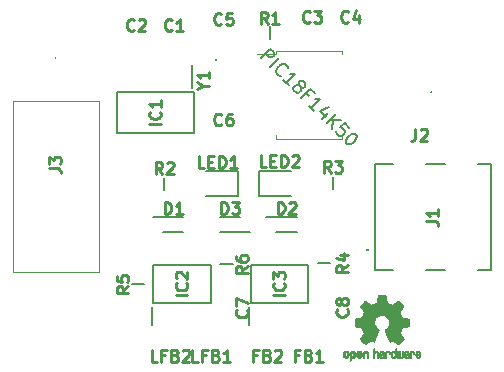
<source format=gbr>
%TF.GenerationSoftware,KiCad,Pcbnew,(5.1.12-1-g0a0a2da680)-1*%
%TF.CreationDate,2022-06-30T22:32:07+02:00*%
%TF.ProjectId,ThermoDeviceLogger,54686572-6d6f-4446-9576-6963654c6f67,rev?*%
%TF.SameCoordinates,Original*%
%TF.FileFunction,Legend,Top*%
%TF.FilePolarity,Positive*%
%FSLAX46Y46*%
G04 Gerber Fmt 4.6, Leading zero omitted, Abs format (unit mm)*
G04 Created by KiCad (PCBNEW (5.1.12-1-g0a0a2da680)-1) date 2022-06-30 22:32:07*
%MOMM*%
%LPD*%
G01*
G04 APERTURE LIST*
%ADD10C,0.010000*%
%ADD11C,0.100000*%
%ADD12C,0.200000*%
%ADD13C,0.120000*%
%ADD14C,0.250000*%
%ADD15C,0.254000*%
%ADD16C,0.150000*%
G04 APERTURE END LIST*
D10*
%TO.C,REF\u002A\u002A*%
G36*
X116503910Y-76742348D02*
G01*
X116582454Y-76742778D01*
X116639298Y-76743942D01*
X116678105Y-76746207D01*
X116702538Y-76749940D01*
X116716262Y-76755506D01*
X116722940Y-76763273D01*
X116726236Y-76773605D01*
X116726556Y-76774943D01*
X116731562Y-76799079D01*
X116740829Y-76846701D01*
X116753392Y-76912741D01*
X116768287Y-76992128D01*
X116784551Y-77079796D01*
X116785119Y-77082875D01*
X116801410Y-77168789D01*
X116816652Y-77244696D01*
X116829861Y-77306045D01*
X116840054Y-77348282D01*
X116846248Y-77366855D01*
X116846543Y-77367184D01*
X116864788Y-77376253D01*
X116902405Y-77391367D01*
X116951271Y-77409262D01*
X116951543Y-77409358D01*
X117013093Y-77432493D01*
X117085657Y-77461965D01*
X117154057Y-77491597D01*
X117157294Y-77493062D01*
X117268702Y-77543626D01*
X117515399Y-77375160D01*
X117591077Y-77323803D01*
X117659631Y-77277889D01*
X117717088Y-77240030D01*
X117759476Y-77212837D01*
X117782825Y-77198921D01*
X117785042Y-77197889D01*
X117802010Y-77202484D01*
X117833701Y-77224655D01*
X117881352Y-77265447D01*
X117946198Y-77325905D01*
X118012397Y-77390227D01*
X118076214Y-77453612D01*
X118133329Y-77511451D01*
X118180305Y-77560175D01*
X118213703Y-77596210D01*
X118230085Y-77615984D01*
X118230694Y-77617002D01*
X118232505Y-77630572D01*
X118225683Y-77652733D01*
X118208540Y-77686478D01*
X118179393Y-77734800D01*
X118136555Y-77800692D01*
X118079448Y-77885517D01*
X118028766Y-77960177D01*
X117983461Y-78027140D01*
X117946150Y-78082516D01*
X117919452Y-78122420D01*
X117905985Y-78142962D01*
X117905137Y-78144356D01*
X117906781Y-78164038D01*
X117919245Y-78202293D01*
X117940048Y-78251889D01*
X117947462Y-78267728D01*
X117979814Y-78338290D01*
X118014328Y-78418353D01*
X118042365Y-78487629D01*
X118062568Y-78539045D01*
X118078615Y-78578119D01*
X118087888Y-78598541D01*
X118089041Y-78600114D01*
X118106096Y-78602721D01*
X118146298Y-78609863D01*
X118204302Y-78620523D01*
X118274763Y-78633685D01*
X118352335Y-78648333D01*
X118431672Y-78663449D01*
X118507431Y-78678018D01*
X118574264Y-78691022D01*
X118626828Y-78701445D01*
X118659776Y-78708270D01*
X118667857Y-78710199D01*
X118676205Y-78714962D01*
X118682506Y-78725718D01*
X118687045Y-78746098D01*
X118690104Y-78779734D01*
X118691967Y-78830255D01*
X118692918Y-78901292D01*
X118693240Y-78996476D01*
X118693257Y-79035492D01*
X118693257Y-79352799D01*
X118617057Y-79367839D01*
X118574663Y-79375995D01*
X118511400Y-79387899D01*
X118434962Y-79402116D01*
X118353043Y-79417210D01*
X118330400Y-79421355D01*
X118254806Y-79436053D01*
X118188953Y-79450505D01*
X118138366Y-79463375D01*
X118108574Y-79473322D01*
X118103612Y-79476287D01*
X118091426Y-79497283D01*
X118073953Y-79537967D01*
X118054577Y-79590322D01*
X118050734Y-79601600D01*
X118025339Y-79671523D01*
X117993817Y-79750418D01*
X117962969Y-79821266D01*
X117962817Y-79821595D01*
X117911447Y-79932733D01*
X118080399Y-80181253D01*
X118249352Y-80429772D01*
X118032429Y-80647058D01*
X117966819Y-80711726D01*
X117906979Y-80768733D01*
X117856267Y-80815033D01*
X117818046Y-80847584D01*
X117795675Y-80863343D01*
X117792466Y-80864343D01*
X117773626Y-80856469D01*
X117735180Y-80834578D01*
X117681330Y-80801267D01*
X117616276Y-80759131D01*
X117545940Y-80711943D01*
X117474555Y-80663810D01*
X117410908Y-80621928D01*
X117359041Y-80588871D01*
X117322995Y-80567218D01*
X117306867Y-80559543D01*
X117287189Y-80566037D01*
X117249875Y-80583150D01*
X117202621Y-80607326D01*
X117197612Y-80610013D01*
X117133977Y-80641927D01*
X117090341Y-80657579D01*
X117063202Y-80657745D01*
X117049057Y-80643204D01*
X117048975Y-80643000D01*
X117041905Y-80625779D01*
X117025042Y-80584899D01*
X116999695Y-80523525D01*
X116967171Y-80444819D01*
X116928778Y-80351947D01*
X116885822Y-80248072D01*
X116844222Y-80147502D01*
X116798504Y-80036516D01*
X116756526Y-79933703D01*
X116719548Y-79842215D01*
X116688827Y-79765201D01*
X116665622Y-79705815D01*
X116651190Y-79667209D01*
X116646743Y-79652800D01*
X116657896Y-79636272D01*
X116687069Y-79609930D01*
X116725971Y-79580887D01*
X116836757Y-79489039D01*
X116923351Y-79383759D01*
X116984716Y-79267266D01*
X117019815Y-79141776D01*
X117027608Y-79009507D01*
X117021943Y-78948457D01*
X116991078Y-78821795D01*
X116937920Y-78709941D01*
X116865767Y-78614001D01*
X116777917Y-78535076D01*
X116677665Y-78474270D01*
X116568310Y-78432687D01*
X116453147Y-78411428D01*
X116335475Y-78411599D01*
X116218590Y-78434301D01*
X116105789Y-78480638D01*
X116000369Y-78551713D01*
X115956368Y-78591911D01*
X115871979Y-78695129D01*
X115813222Y-78807925D01*
X115779704Y-78927010D01*
X115771035Y-79049095D01*
X115786823Y-79170893D01*
X115826678Y-79289116D01*
X115890207Y-79400475D01*
X115977021Y-79501684D01*
X116074029Y-79580887D01*
X116114437Y-79611162D01*
X116142982Y-79637219D01*
X116153257Y-79652825D01*
X116147877Y-79669843D01*
X116132575Y-79710500D01*
X116108612Y-79771642D01*
X116077244Y-79850119D01*
X116039732Y-79942780D01*
X115997333Y-80046472D01*
X115955663Y-80147526D01*
X115909690Y-80258607D01*
X115867107Y-80361541D01*
X115829221Y-80453165D01*
X115797340Y-80530316D01*
X115772771Y-80589831D01*
X115756820Y-80628544D01*
X115750910Y-80643000D01*
X115736948Y-80657685D01*
X115709940Y-80657642D01*
X115666413Y-80642099D01*
X115602890Y-80610284D01*
X115602388Y-80610013D01*
X115554560Y-80585323D01*
X115515897Y-80567338D01*
X115494095Y-80559614D01*
X115493133Y-80559543D01*
X115476721Y-80567378D01*
X115440487Y-80589165D01*
X115388474Y-80622328D01*
X115324725Y-80664291D01*
X115254060Y-80711943D01*
X115182116Y-80760191D01*
X115117274Y-80802151D01*
X115063735Y-80835227D01*
X115025697Y-80856821D01*
X115007533Y-80864343D01*
X114990808Y-80854457D01*
X114957180Y-80826826D01*
X114910010Y-80784495D01*
X114852658Y-80730505D01*
X114788484Y-80667899D01*
X114767497Y-80646983D01*
X114550499Y-80429623D01*
X114715668Y-80187220D01*
X114765864Y-80112781D01*
X114809919Y-80045972D01*
X114845362Y-79990665D01*
X114869719Y-79950729D01*
X114880522Y-79930036D01*
X114880838Y-79928563D01*
X114875143Y-79909058D01*
X114859826Y-79869822D01*
X114837537Y-79817430D01*
X114821893Y-79782355D01*
X114792641Y-79715201D01*
X114765094Y-79647358D01*
X114743737Y-79590034D01*
X114737935Y-79572572D01*
X114721452Y-79525938D01*
X114705340Y-79489905D01*
X114696490Y-79476287D01*
X114676960Y-79467952D01*
X114634334Y-79456137D01*
X114574145Y-79442181D01*
X114501922Y-79427422D01*
X114469600Y-79421355D01*
X114387522Y-79406273D01*
X114308795Y-79391669D01*
X114241109Y-79378980D01*
X114192160Y-79369642D01*
X114182943Y-79367839D01*
X114106743Y-79352799D01*
X114106743Y-79035492D01*
X114106914Y-78931154D01*
X114107616Y-78852213D01*
X114109134Y-78795038D01*
X114111749Y-78755999D01*
X114115746Y-78731465D01*
X114121409Y-78717805D01*
X114129020Y-78711389D01*
X114132143Y-78710199D01*
X114150978Y-78705980D01*
X114192588Y-78697562D01*
X114251630Y-78685961D01*
X114322757Y-78672195D01*
X114400625Y-78657280D01*
X114479887Y-78642232D01*
X114555198Y-78628069D01*
X114621213Y-78615806D01*
X114672587Y-78606461D01*
X114703975Y-78601050D01*
X114710959Y-78600114D01*
X114717285Y-78587596D01*
X114731290Y-78554246D01*
X114750355Y-78506377D01*
X114757634Y-78487629D01*
X114786996Y-78415195D01*
X114821571Y-78335170D01*
X114852537Y-78267728D01*
X114875323Y-78216159D01*
X114890482Y-78173785D01*
X114895542Y-78147834D01*
X114894736Y-78144356D01*
X114884041Y-78127936D01*
X114859620Y-78091417D01*
X114824095Y-78038687D01*
X114780087Y-77973635D01*
X114730217Y-77900151D01*
X114720356Y-77885645D01*
X114662492Y-77799704D01*
X114619956Y-77734261D01*
X114591054Y-77686304D01*
X114574090Y-77652820D01*
X114567367Y-77630795D01*
X114569190Y-77617217D01*
X114569236Y-77617131D01*
X114583586Y-77599297D01*
X114615323Y-77564817D01*
X114661010Y-77517268D01*
X114717204Y-77460222D01*
X114780468Y-77397255D01*
X114787602Y-77390227D01*
X114867330Y-77313020D01*
X114928857Y-77256330D01*
X114973421Y-77219110D01*
X115002257Y-77200315D01*
X115014958Y-77197889D01*
X115033494Y-77208471D01*
X115071961Y-77232916D01*
X115126386Y-77268612D01*
X115192798Y-77312947D01*
X115267225Y-77363311D01*
X115284601Y-77375160D01*
X115531297Y-77543626D01*
X115642706Y-77493062D01*
X115710457Y-77463595D01*
X115783183Y-77433959D01*
X115845703Y-77410330D01*
X115848457Y-77409358D01*
X115897360Y-77391457D01*
X115935057Y-77376320D01*
X115953425Y-77367210D01*
X115953456Y-77367184D01*
X115959285Y-77350717D01*
X115969192Y-77310219D01*
X115982195Y-77250242D01*
X115997309Y-77175340D01*
X116013552Y-77090064D01*
X116014881Y-77082875D01*
X116031175Y-76995014D01*
X116046133Y-76915260D01*
X116058791Y-76848681D01*
X116068186Y-76800347D01*
X116073354Y-76775325D01*
X116073444Y-76774943D01*
X116076589Y-76764299D01*
X116082704Y-76756262D01*
X116095453Y-76750467D01*
X116118500Y-76746547D01*
X116155509Y-76744135D01*
X116210144Y-76742865D01*
X116286067Y-76742371D01*
X116386944Y-76742286D01*
X116400000Y-76742286D01*
X116503910Y-76742348D01*
G37*
X116503910Y-76742348D02*
X116582454Y-76742778D01*
X116639298Y-76743942D01*
X116678105Y-76746207D01*
X116702538Y-76749940D01*
X116716262Y-76755506D01*
X116722940Y-76763273D01*
X116726236Y-76773605D01*
X116726556Y-76774943D01*
X116731562Y-76799079D01*
X116740829Y-76846701D01*
X116753392Y-76912741D01*
X116768287Y-76992128D01*
X116784551Y-77079796D01*
X116785119Y-77082875D01*
X116801410Y-77168789D01*
X116816652Y-77244696D01*
X116829861Y-77306045D01*
X116840054Y-77348282D01*
X116846248Y-77366855D01*
X116846543Y-77367184D01*
X116864788Y-77376253D01*
X116902405Y-77391367D01*
X116951271Y-77409262D01*
X116951543Y-77409358D01*
X117013093Y-77432493D01*
X117085657Y-77461965D01*
X117154057Y-77491597D01*
X117157294Y-77493062D01*
X117268702Y-77543626D01*
X117515399Y-77375160D01*
X117591077Y-77323803D01*
X117659631Y-77277889D01*
X117717088Y-77240030D01*
X117759476Y-77212837D01*
X117782825Y-77198921D01*
X117785042Y-77197889D01*
X117802010Y-77202484D01*
X117833701Y-77224655D01*
X117881352Y-77265447D01*
X117946198Y-77325905D01*
X118012397Y-77390227D01*
X118076214Y-77453612D01*
X118133329Y-77511451D01*
X118180305Y-77560175D01*
X118213703Y-77596210D01*
X118230085Y-77615984D01*
X118230694Y-77617002D01*
X118232505Y-77630572D01*
X118225683Y-77652733D01*
X118208540Y-77686478D01*
X118179393Y-77734800D01*
X118136555Y-77800692D01*
X118079448Y-77885517D01*
X118028766Y-77960177D01*
X117983461Y-78027140D01*
X117946150Y-78082516D01*
X117919452Y-78122420D01*
X117905985Y-78142962D01*
X117905137Y-78144356D01*
X117906781Y-78164038D01*
X117919245Y-78202293D01*
X117940048Y-78251889D01*
X117947462Y-78267728D01*
X117979814Y-78338290D01*
X118014328Y-78418353D01*
X118042365Y-78487629D01*
X118062568Y-78539045D01*
X118078615Y-78578119D01*
X118087888Y-78598541D01*
X118089041Y-78600114D01*
X118106096Y-78602721D01*
X118146298Y-78609863D01*
X118204302Y-78620523D01*
X118274763Y-78633685D01*
X118352335Y-78648333D01*
X118431672Y-78663449D01*
X118507431Y-78678018D01*
X118574264Y-78691022D01*
X118626828Y-78701445D01*
X118659776Y-78708270D01*
X118667857Y-78710199D01*
X118676205Y-78714962D01*
X118682506Y-78725718D01*
X118687045Y-78746098D01*
X118690104Y-78779734D01*
X118691967Y-78830255D01*
X118692918Y-78901292D01*
X118693240Y-78996476D01*
X118693257Y-79035492D01*
X118693257Y-79352799D01*
X118617057Y-79367839D01*
X118574663Y-79375995D01*
X118511400Y-79387899D01*
X118434962Y-79402116D01*
X118353043Y-79417210D01*
X118330400Y-79421355D01*
X118254806Y-79436053D01*
X118188953Y-79450505D01*
X118138366Y-79463375D01*
X118108574Y-79473322D01*
X118103612Y-79476287D01*
X118091426Y-79497283D01*
X118073953Y-79537967D01*
X118054577Y-79590322D01*
X118050734Y-79601600D01*
X118025339Y-79671523D01*
X117993817Y-79750418D01*
X117962969Y-79821266D01*
X117962817Y-79821595D01*
X117911447Y-79932733D01*
X118080399Y-80181253D01*
X118249352Y-80429772D01*
X118032429Y-80647058D01*
X117966819Y-80711726D01*
X117906979Y-80768733D01*
X117856267Y-80815033D01*
X117818046Y-80847584D01*
X117795675Y-80863343D01*
X117792466Y-80864343D01*
X117773626Y-80856469D01*
X117735180Y-80834578D01*
X117681330Y-80801267D01*
X117616276Y-80759131D01*
X117545940Y-80711943D01*
X117474555Y-80663810D01*
X117410908Y-80621928D01*
X117359041Y-80588871D01*
X117322995Y-80567218D01*
X117306867Y-80559543D01*
X117287189Y-80566037D01*
X117249875Y-80583150D01*
X117202621Y-80607326D01*
X117197612Y-80610013D01*
X117133977Y-80641927D01*
X117090341Y-80657579D01*
X117063202Y-80657745D01*
X117049057Y-80643204D01*
X117048975Y-80643000D01*
X117041905Y-80625779D01*
X117025042Y-80584899D01*
X116999695Y-80523525D01*
X116967171Y-80444819D01*
X116928778Y-80351947D01*
X116885822Y-80248072D01*
X116844222Y-80147502D01*
X116798504Y-80036516D01*
X116756526Y-79933703D01*
X116719548Y-79842215D01*
X116688827Y-79765201D01*
X116665622Y-79705815D01*
X116651190Y-79667209D01*
X116646743Y-79652800D01*
X116657896Y-79636272D01*
X116687069Y-79609930D01*
X116725971Y-79580887D01*
X116836757Y-79489039D01*
X116923351Y-79383759D01*
X116984716Y-79267266D01*
X117019815Y-79141776D01*
X117027608Y-79009507D01*
X117021943Y-78948457D01*
X116991078Y-78821795D01*
X116937920Y-78709941D01*
X116865767Y-78614001D01*
X116777917Y-78535076D01*
X116677665Y-78474270D01*
X116568310Y-78432687D01*
X116453147Y-78411428D01*
X116335475Y-78411599D01*
X116218590Y-78434301D01*
X116105789Y-78480638D01*
X116000369Y-78551713D01*
X115956368Y-78591911D01*
X115871979Y-78695129D01*
X115813222Y-78807925D01*
X115779704Y-78927010D01*
X115771035Y-79049095D01*
X115786823Y-79170893D01*
X115826678Y-79289116D01*
X115890207Y-79400475D01*
X115977021Y-79501684D01*
X116074029Y-79580887D01*
X116114437Y-79611162D01*
X116142982Y-79637219D01*
X116153257Y-79652825D01*
X116147877Y-79669843D01*
X116132575Y-79710500D01*
X116108612Y-79771642D01*
X116077244Y-79850119D01*
X116039732Y-79942780D01*
X115997333Y-80046472D01*
X115955663Y-80147526D01*
X115909690Y-80258607D01*
X115867107Y-80361541D01*
X115829221Y-80453165D01*
X115797340Y-80530316D01*
X115772771Y-80589831D01*
X115756820Y-80628544D01*
X115750910Y-80643000D01*
X115736948Y-80657685D01*
X115709940Y-80657642D01*
X115666413Y-80642099D01*
X115602890Y-80610284D01*
X115602388Y-80610013D01*
X115554560Y-80585323D01*
X115515897Y-80567338D01*
X115494095Y-80559614D01*
X115493133Y-80559543D01*
X115476721Y-80567378D01*
X115440487Y-80589165D01*
X115388474Y-80622328D01*
X115324725Y-80664291D01*
X115254060Y-80711943D01*
X115182116Y-80760191D01*
X115117274Y-80802151D01*
X115063735Y-80835227D01*
X115025697Y-80856821D01*
X115007533Y-80864343D01*
X114990808Y-80854457D01*
X114957180Y-80826826D01*
X114910010Y-80784495D01*
X114852658Y-80730505D01*
X114788484Y-80667899D01*
X114767497Y-80646983D01*
X114550499Y-80429623D01*
X114715668Y-80187220D01*
X114765864Y-80112781D01*
X114809919Y-80045972D01*
X114845362Y-79990665D01*
X114869719Y-79950729D01*
X114880522Y-79930036D01*
X114880838Y-79928563D01*
X114875143Y-79909058D01*
X114859826Y-79869822D01*
X114837537Y-79817430D01*
X114821893Y-79782355D01*
X114792641Y-79715201D01*
X114765094Y-79647358D01*
X114743737Y-79590034D01*
X114737935Y-79572572D01*
X114721452Y-79525938D01*
X114705340Y-79489905D01*
X114696490Y-79476287D01*
X114676960Y-79467952D01*
X114634334Y-79456137D01*
X114574145Y-79442181D01*
X114501922Y-79427422D01*
X114469600Y-79421355D01*
X114387522Y-79406273D01*
X114308795Y-79391669D01*
X114241109Y-79378980D01*
X114192160Y-79369642D01*
X114182943Y-79367839D01*
X114106743Y-79352799D01*
X114106743Y-79035492D01*
X114106914Y-78931154D01*
X114107616Y-78852213D01*
X114109134Y-78795038D01*
X114111749Y-78755999D01*
X114115746Y-78731465D01*
X114121409Y-78717805D01*
X114129020Y-78711389D01*
X114132143Y-78710199D01*
X114150978Y-78705980D01*
X114192588Y-78697562D01*
X114251630Y-78685961D01*
X114322757Y-78672195D01*
X114400625Y-78657280D01*
X114479887Y-78642232D01*
X114555198Y-78628069D01*
X114621213Y-78615806D01*
X114672587Y-78606461D01*
X114703975Y-78601050D01*
X114710959Y-78600114D01*
X114717285Y-78587596D01*
X114731290Y-78554246D01*
X114750355Y-78506377D01*
X114757634Y-78487629D01*
X114786996Y-78415195D01*
X114821571Y-78335170D01*
X114852537Y-78267728D01*
X114875323Y-78216159D01*
X114890482Y-78173785D01*
X114895542Y-78147834D01*
X114894736Y-78144356D01*
X114884041Y-78127936D01*
X114859620Y-78091417D01*
X114824095Y-78038687D01*
X114780087Y-77973635D01*
X114730217Y-77900151D01*
X114720356Y-77885645D01*
X114662492Y-77799704D01*
X114619956Y-77734261D01*
X114591054Y-77686304D01*
X114574090Y-77652820D01*
X114567367Y-77630795D01*
X114569190Y-77617217D01*
X114569236Y-77617131D01*
X114583586Y-77599297D01*
X114615323Y-77564817D01*
X114661010Y-77517268D01*
X114717204Y-77460222D01*
X114780468Y-77397255D01*
X114787602Y-77390227D01*
X114867330Y-77313020D01*
X114928857Y-77256330D01*
X114973421Y-77219110D01*
X115002257Y-77200315D01*
X115014958Y-77197889D01*
X115033494Y-77208471D01*
X115071961Y-77232916D01*
X115126386Y-77268612D01*
X115192798Y-77312947D01*
X115267225Y-77363311D01*
X115284601Y-77375160D01*
X115531297Y-77543626D01*
X115642706Y-77493062D01*
X115710457Y-77463595D01*
X115783183Y-77433959D01*
X115845703Y-77410330D01*
X115848457Y-77409358D01*
X115897360Y-77391457D01*
X115935057Y-77376320D01*
X115953425Y-77367210D01*
X115953456Y-77367184D01*
X115959285Y-77350717D01*
X115969192Y-77310219D01*
X115982195Y-77250242D01*
X115997309Y-77175340D01*
X116013552Y-77090064D01*
X116014881Y-77082875D01*
X116031175Y-76995014D01*
X116046133Y-76915260D01*
X116058791Y-76848681D01*
X116068186Y-76800347D01*
X116073354Y-76775325D01*
X116073444Y-76774943D01*
X116076589Y-76764299D01*
X116082704Y-76756262D01*
X116095453Y-76750467D01*
X116118500Y-76746547D01*
X116155509Y-76744135D01*
X116210144Y-76742865D01*
X116286067Y-76742371D01*
X116386944Y-76742286D01*
X116400000Y-76742286D01*
X116503910Y-76742348D01*
G36*
X119553595Y-81466966D02*
G01*
X119611021Y-81504497D01*
X119638719Y-81538096D01*
X119660662Y-81599064D01*
X119662405Y-81647308D01*
X119658457Y-81711816D01*
X119509686Y-81776934D01*
X119437349Y-81810202D01*
X119390084Y-81836964D01*
X119365507Y-81860144D01*
X119361237Y-81882667D01*
X119374889Y-81907455D01*
X119389943Y-81923886D01*
X119433746Y-81950235D01*
X119481389Y-81952081D01*
X119525145Y-81931546D01*
X119557289Y-81890752D01*
X119563038Y-81876347D01*
X119590576Y-81831356D01*
X119622258Y-81812182D01*
X119665714Y-81795779D01*
X119665714Y-81857966D01*
X119661872Y-81900283D01*
X119646823Y-81935969D01*
X119615280Y-81976943D01*
X119610592Y-81982267D01*
X119575506Y-82018720D01*
X119545347Y-82038283D01*
X119507615Y-82047283D01*
X119476335Y-82050230D01*
X119420385Y-82050965D01*
X119380555Y-82041660D01*
X119355708Y-82027846D01*
X119316656Y-81997467D01*
X119289625Y-81964613D01*
X119272517Y-81923294D01*
X119263238Y-81867521D01*
X119259693Y-81791305D01*
X119259410Y-81752622D01*
X119260372Y-81706247D01*
X119348007Y-81706247D01*
X119349023Y-81731126D01*
X119351556Y-81735200D01*
X119368274Y-81729665D01*
X119404249Y-81715017D01*
X119452331Y-81694190D01*
X119462386Y-81689714D01*
X119523152Y-81658814D01*
X119556632Y-81631657D01*
X119563990Y-81606220D01*
X119546391Y-81580481D01*
X119531856Y-81569109D01*
X119479410Y-81546364D01*
X119430322Y-81550122D01*
X119389227Y-81577884D01*
X119360758Y-81627152D01*
X119351631Y-81666257D01*
X119348007Y-81706247D01*
X119260372Y-81706247D01*
X119261285Y-81662249D01*
X119268196Y-81595384D01*
X119281884Y-81546695D01*
X119304096Y-81510849D01*
X119336574Y-81482513D01*
X119350733Y-81473355D01*
X119415053Y-81449507D01*
X119485473Y-81448006D01*
X119553595Y-81466966D01*
G37*
X119553595Y-81466966D02*
X119611021Y-81504497D01*
X119638719Y-81538096D01*
X119660662Y-81599064D01*
X119662405Y-81647308D01*
X119658457Y-81711816D01*
X119509686Y-81776934D01*
X119437349Y-81810202D01*
X119390084Y-81836964D01*
X119365507Y-81860144D01*
X119361237Y-81882667D01*
X119374889Y-81907455D01*
X119389943Y-81923886D01*
X119433746Y-81950235D01*
X119481389Y-81952081D01*
X119525145Y-81931546D01*
X119557289Y-81890752D01*
X119563038Y-81876347D01*
X119590576Y-81831356D01*
X119622258Y-81812182D01*
X119665714Y-81795779D01*
X119665714Y-81857966D01*
X119661872Y-81900283D01*
X119646823Y-81935969D01*
X119615280Y-81976943D01*
X119610592Y-81982267D01*
X119575506Y-82018720D01*
X119545347Y-82038283D01*
X119507615Y-82047283D01*
X119476335Y-82050230D01*
X119420385Y-82050965D01*
X119380555Y-82041660D01*
X119355708Y-82027846D01*
X119316656Y-81997467D01*
X119289625Y-81964613D01*
X119272517Y-81923294D01*
X119263238Y-81867521D01*
X119259693Y-81791305D01*
X119259410Y-81752622D01*
X119260372Y-81706247D01*
X119348007Y-81706247D01*
X119349023Y-81731126D01*
X119351556Y-81735200D01*
X119368274Y-81729665D01*
X119404249Y-81715017D01*
X119452331Y-81694190D01*
X119462386Y-81689714D01*
X119523152Y-81658814D01*
X119556632Y-81631657D01*
X119563990Y-81606220D01*
X119546391Y-81580481D01*
X119531856Y-81569109D01*
X119479410Y-81546364D01*
X119430322Y-81550122D01*
X119389227Y-81577884D01*
X119360758Y-81627152D01*
X119351631Y-81666257D01*
X119348007Y-81706247D01*
X119260372Y-81706247D01*
X119261285Y-81662249D01*
X119268196Y-81595384D01*
X119281884Y-81546695D01*
X119304096Y-81510849D01*
X119336574Y-81482513D01*
X119350733Y-81473355D01*
X119415053Y-81449507D01*
X119485473Y-81448006D01*
X119553595Y-81466966D01*
G36*
X119052600Y-81458752D02*
G01*
X119069948Y-81466334D01*
X119111356Y-81499128D01*
X119146765Y-81546547D01*
X119168664Y-81597151D01*
X119172229Y-81622098D01*
X119160279Y-81656927D01*
X119134067Y-81675357D01*
X119105964Y-81686516D01*
X119093095Y-81688572D01*
X119086829Y-81673649D01*
X119074456Y-81641175D01*
X119069028Y-81626502D01*
X119038590Y-81575744D01*
X118994520Y-81550427D01*
X118938010Y-81551206D01*
X118933825Y-81552203D01*
X118903655Y-81566507D01*
X118881476Y-81594393D01*
X118866327Y-81639287D01*
X118857250Y-81704615D01*
X118853286Y-81793804D01*
X118852914Y-81841261D01*
X118852730Y-81916071D01*
X118851522Y-81967069D01*
X118848309Y-81999471D01*
X118842109Y-82018495D01*
X118831940Y-82029356D01*
X118816819Y-82037272D01*
X118815946Y-82037670D01*
X118786828Y-82049981D01*
X118772403Y-82054514D01*
X118770186Y-82040809D01*
X118768289Y-82002925D01*
X118766847Y-81945715D01*
X118765998Y-81874027D01*
X118765829Y-81821565D01*
X118766692Y-81720047D01*
X118770070Y-81643032D01*
X118777142Y-81586023D01*
X118789088Y-81544526D01*
X118807090Y-81514043D01*
X118832327Y-81490080D01*
X118857247Y-81473355D01*
X118917171Y-81451097D01*
X118986911Y-81446076D01*
X119052600Y-81458752D01*
G37*
X119052600Y-81458752D02*
X119069948Y-81466334D01*
X119111356Y-81499128D01*
X119146765Y-81546547D01*
X119168664Y-81597151D01*
X119172229Y-81622098D01*
X119160279Y-81656927D01*
X119134067Y-81675357D01*
X119105964Y-81686516D01*
X119093095Y-81688572D01*
X119086829Y-81673649D01*
X119074456Y-81641175D01*
X119069028Y-81626502D01*
X119038590Y-81575744D01*
X118994520Y-81550427D01*
X118938010Y-81551206D01*
X118933825Y-81552203D01*
X118903655Y-81566507D01*
X118881476Y-81594393D01*
X118866327Y-81639287D01*
X118857250Y-81704615D01*
X118853286Y-81793804D01*
X118852914Y-81841261D01*
X118852730Y-81916071D01*
X118851522Y-81967069D01*
X118848309Y-81999471D01*
X118842109Y-82018495D01*
X118831940Y-82029356D01*
X118816819Y-82037272D01*
X118815946Y-82037670D01*
X118786828Y-82049981D01*
X118772403Y-82054514D01*
X118770186Y-82040809D01*
X118768289Y-82002925D01*
X118766847Y-81945715D01*
X118765998Y-81874027D01*
X118765829Y-81821565D01*
X118766692Y-81720047D01*
X118770070Y-81643032D01*
X118777142Y-81586023D01*
X118789088Y-81544526D01*
X118807090Y-81514043D01*
X118832327Y-81490080D01*
X118857247Y-81473355D01*
X118917171Y-81451097D01*
X118986911Y-81446076D01*
X119052600Y-81458752D01*
G36*
X118544876Y-81456335D02*
G01*
X118586667Y-81475344D01*
X118619469Y-81498378D01*
X118643503Y-81524133D01*
X118660097Y-81557358D01*
X118670577Y-81602800D01*
X118676271Y-81665207D01*
X118678507Y-81749327D01*
X118678743Y-81804721D01*
X118678743Y-82020826D01*
X118641774Y-82037670D01*
X118612656Y-82049981D01*
X118598231Y-82054514D01*
X118595472Y-82041025D01*
X118593282Y-82004653D01*
X118591942Y-81951542D01*
X118591657Y-81909372D01*
X118590434Y-81848447D01*
X118587136Y-81800115D01*
X118582321Y-81770518D01*
X118578496Y-81764229D01*
X118552783Y-81770652D01*
X118512418Y-81787125D01*
X118465679Y-81809458D01*
X118420845Y-81833457D01*
X118386193Y-81854930D01*
X118370002Y-81869685D01*
X118369938Y-81869845D01*
X118371330Y-81897152D01*
X118383818Y-81923219D01*
X118405743Y-81944392D01*
X118437743Y-81951474D01*
X118465092Y-81950649D01*
X118503826Y-81950042D01*
X118524158Y-81959116D01*
X118536369Y-81983092D01*
X118537909Y-81987613D01*
X118543203Y-82021806D01*
X118529047Y-82042568D01*
X118492148Y-82052462D01*
X118452289Y-82054292D01*
X118380562Y-82040727D01*
X118343432Y-82021355D01*
X118297576Y-81975845D01*
X118273256Y-81919983D01*
X118271073Y-81860957D01*
X118291629Y-81805953D01*
X118322549Y-81771486D01*
X118353420Y-81752189D01*
X118401942Y-81727759D01*
X118458485Y-81702985D01*
X118467910Y-81699199D01*
X118530019Y-81671791D01*
X118565822Y-81647634D01*
X118577337Y-81623619D01*
X118566580Y-81596635D01*
X118548114Y-81575543D01*
X118504469Y-81549572D01*
X118456446Y-81547624D01*
X118412406Y-81567637D01*
X118380709Y-81607551D01*
X118376549Y-81617848D01*
X118352327Y-81655724D01*
X118316965Y-81683842D01*
X118272343Y-81706917D01*
X118272343Y-81641485D01*
X118274969Y-81601506D01*
X118286230Y-81569997D01*
X118311199Y-81536378D01*
X118335169Y-81510484D01*
X118372441Y-81473817D01*
X118401401Y-81454121D01*
X118432505Y-81446220D01*
X118467713Y-81444914D01*
X118544876Y-81456335D01*
G37*
X118544876Y-81456335D02*
X118586667Y-81475344D01*
X118619469Y-81498378D01*
X118643503Y-81524133D01*
X118660097Y-81557358D01*
X118670577Y-81602800D01*
X118676271Y-81665207D01*
X118678507Y-81749327D01*
X118678743Y-81804721D01*
X118678743Y-82020826D01*
X118641774Y-82037670D01*
X118612656Y-82049981D01*
X118598231Y-82054514D01*
X118595472Y-82041025D01*
X118593282Y-82004653D01*
X118591942Y-81951542D01*
X118591657Y-81909372D01*
X118590434Y-81848447D01*
X118587136Y-81800115D01*
X118582321Y-81770518D01*
X118578496Y-81764229D01*
X118552783Y-81770652D01*
X118512418Y-81787125D01*
X118465679Y-81809458D01*
X118420845Y-81833457D01*
X118386193Y-81854930D01*
X118370002Y-81869685D01*
X118369938Y-81869845D01*
X118371330Y-81897152D01*
X118383818Y-81923219D01*
X118405743Y-81944392D01*
X118437743Y-81951474D01*
X118465092Y-81950649D01*
X118503826Y-81950042D01*
X118524158Y-81959116D01*
X118536369Y-81983092D01*
X118537909Y-81987613D01*
X118543203Y-82021806D01*
X118529047Y-82042568D01*
X118492148Y-82052462D01*
X118452289Y-82054292D01*
X118380562Y-82040727D01*
X118343432Y-82021355D01*
X118297576Y-81975845D01*
X118273256Y-81919983D01*
X118271073Y-81860957D01*
X118291629Y-81805953D01*
X118322549Y-81771486D01*
X118353420Y-81752189D01*
X118401942Y-81727759D01*
X118458485Y-81702985D01*
X118467910Y-81699199D01*
X118530019Y-81671791D01*
X118565822Y-81647634D01*
X118577337Y-81623619D01*
X118566580Y-81596635D01*
X118548114Y-81575543D01*
X118504469Y-81549572D01*
X118456446Y-81547624D01*
X118412406Y-81567637D01*
X118380709Y-81607551D01*
X118376549Y-81617848D01*
X118352327Y-81655724D01*
X118316965Y-81683842D01*
X118272343Y-81706917D01*
X118272343Y-81641485D01*
X118274969Y-81601506D01*
X118286230Y-81569997D01*
X118311199Y-81536378D01*
X118335169Y-81510484D01*
X118372441Y-81473817D01*
X118401401Y-81454121D01*
X118432505Y-81446220D01*
X118467713Y-81444914D01*
X118544876Y-81456335D01*
G36*
X118179833Y-81458663D02*
G01*
X118182048Y-81496850D01*
X118183784Y-81554886D01*
X118184899Y-81628180D01*
X118185257Y-81705055D01*
X118185257Y-81965196D01*
X118139326Y-82011127D01*
X118107675Y-82039429D01*
X118079890Y-82050893D01*
X118041915Y-82050168D01*
X118026840Y-82048321D01*
X117979726Y-82042948D01*
X117940756Y-82039869D01*
X117931257Y-82039585D01*
X117899233Y-82041445D01*
X117853432Y-82046114D01*
X117835674Y-82048321D01*
X117792057Y-82051735D01*
X117762745Y-82044320D01*
X117733680Y-82021427D01*
X117723188Y-82011127D01*
X117677257Y-81965196D01*
X117677257Y-81478602D01*
X117714226Y-81461758D01*
X117746059Y-81449282D01*
X117764683Y-81444914D01*
X117769458Y-81458718D01*
X117773921Y-81497286D01*
X117777775Y-81556356D01*
X117780722Y-81631663D01*
X117782143Y-81695286D01*
X117786114Y-81945657D01*
X117820759Y-81950556D01*
X117852268Y-81947131D01*
X117867708Y-81936041D01*
X117872023Y-81915308D01*
X117875708Y-81871145D01*
X117878469Y-81809146D01*
X117880012Y-81734909D01*
X117880235Y-81696706D01*
X117880457Y-81476783D01*
X117926166Y-81460849D01*
X117958518Y-81450015D01*
X117976115Y-81444962D01*
X117976623Y-81444914D01*
X117978388Y-81458648D01*
X117980329Y-81496730D01*
X117982282Y-81554482D01*
X117984084Y-81627227D01*
X117985343Y-81695286D01*
X117989314Y-81945657D01*
X118076400Y-81945657D01*
X118080396Y-81717240D01*
X118084392Y-81488822D01*
X118126847Y-81466868D01*
X118158192Y-81451793D01*
X118176744Y-81444951D01*
X118177279Y-81444914D01*
X118179833Y-81458663D01*
G37*
X118179833Y-81458663D02*
X118182048Y-81496850D01*
X118183784Y-81554886D01*
X118184899Y-81628180D01*
X118185257Y-81705055D01*
X118185257Y-81965196D01*
X118139326Y-82011127D01*
X118107675Y-82039429D01*
X118079890Y-82050893D01*
X118041915Y-82050168D01*
X118026840Y-82048321D01*
X117979726Y-82042948D01*
X117940756Y-82039869D01*
X117931257Y-82039585D01*
X117899233Y-82041445D01*
X117853432Y-82046114D01*
X117835674Y-82048321D01*
X117792057Y-82051735D01*
X117762745Y-82044320D01*
X117733680Y-82021427D01*
X117723188Y-82011127D01*
X117677257Y-81965196D01*
X117677257Y-81478602D01*
X117714226Y-81461758D01*
X117746059Y-81449282D01*
X117764683Y-81444914D01*
X117769458Y-81458718D01*
X117773921Y-81497286D01*
X117777775Y-81556356D01*
X117780722Y-81631663D01*
X117782143Y-81695286D01*
X117786114Y-81945657D01*
X117820759Y-81950556D01*
X117852268Y-81947131D01*
X117867708Y-81936041D01*
X117872023Y-81915308D01*
X117875708Y-81871145D01*
X117878469Y-81809146D01*
X117880012Y-81734909D01*
X117880235Y-81696706D01*
X117880457Y-81476783D01*
X117926166Y-81460849D01*
X117958518Y-81450015D01*
X117976115Y-81444962D01*
X117976623Y-81444914D01*
X117978388Y-81458648D01*
X117980329Y-81496730D01*
X117982282Y-81554482D01*
X117984084Y-81627227D01*
X117985343Y-81695286D01*
X117989314Y-81945657D01*
X118076400Y-81945657D01*
X118080396Y-81717240D01*
X118084392Y-81488822D01*
X118126847Y-81466868D01*
X118158192Y-81451793D01*
X118176744Y-81444951D01*
X118177279Y-81444914D01*
X118179833Y-81458663D01*
G36*
X117590117Y-81565358D02*
G01*
X117589933Y-81673837D01*
X117589219Y-81757287D01*
X117587675Y-81819704D01*
X117585001Y-81865085D01*
X117580894Y-81897429D01*
X117575055Y-81920733D01*
X117567182Y-81938995D01*
X117561221Y-81949418D01*
X117511855Y-82005945D01*
X117449264Y-82041377D01*
X117380013Y-82054090D01*
X117310668Y-82042463D01*
X117269375Y-82021568D01*
X117226025Y-81985422D01*
X117196481Y-81941276D01*
X117178655Y-81883462D01*
X117170463Y-81806313D01*
X117169302Y-81749714D01*
X117169458Y-81745647D01*
X117270857Y-81745647D01*
X117271476Y-81810550D01*
X117274314Y-81853514D01*
X117280840Y-81881622D01*
X117292523Y-81901953D01*
X117306483Y-81917288D01*
X117353365Y-81946890D01*
X117403701Y-81949419D01*
X117451276Y-81924705D01*
X117454979Y-81921356D01*
X117470783Y-81903935D01*
X117480693Y-81883209D01*
X117486058Y-81852362D01*
X117488228Y-81804577D01*
X117488571Y-81751748D01*
X117487827Y-81685381D01*
X117484748Y-81641106D01*
X117478061Y-81612009D01*
X117466496Y-81591173D01*
X117457013Y-81580107D01*
X117412960Y-81552198D01*
X117362224Y-81548843D01*
X117313796Y-81570159D01*
X117304450Y-81578073D01*
X117288540Y-81595647D01*
X117278610Y-81616587D01*
X117273278Y-81647782D01*
X117271163Y-81696122D01*
X117270857Y-81745647D01*
X117169458Y-81745647D01*
X117172810Y-81658568D01*
X117184726Y-81590086D01*
X117207135Y-81538600D01*
X117242124Y-81498443D01*
X117269375Y-81477861D01*
X117318907Y-81455625D01*
X117376316Y-81445304D01*
X117429682Y-81448067D01*
X117459543Y-81459212D01*
X117471261Y-81462383D01*
X117479037Y-81450557D01*
X117484465Y-81418866D01*
X117488571Y-81370593D01*
X117493067Y-81316829D01*
X117499313Y-81284482D01*
X117510676Y-81265985D01*
X117530528Y-81253770D01*
X117543000Y-81248362D01*
X117590171Y-81228601D01*
X117590117Y-81565358D01*
G37*
X117590117Y-81565358D02*
X117589933Y-81673837D01*
X117589219Y-81757287D01*
X117587675Y-81819704D01*
X117585001Y-81865085D01*
X117580894Y-81897429D01*
X117575055Y-81920733D01*
X117567182Y-81938995D01*
X117561221Y-81949418D01*
X117511855Y-82005945D01*
X117449264Y-82041377D01*
X117380013Y-82054090D01*
X117310668Y-82042463D01*
X117269375Y-82021568D01*
X117226025Y-81985422D01*
X117196481Y-81941276D01*
X117178655Y-81883462D01*
X117170463Y-81806313D01*
X117169302Y-81749714D01*
X117169458Y-81745647D01*
X117270857Y-81745647D01*
X117271476Y-81810550D01*
X117274314Y-81853514D01*
X117280840Y-81881622D01*
X117292523Y-81901953D01*
X117306483Y-81917288D01*
X117353365Y-81946890D01*
X117403701Y-81949419D01*
X117451276Y-81924705D01*
X117454979Y-81921356D01*
X117470783Y-81903935D01*
X117480693Y-81883209D01*
X117486058Y-81852362D01*
X117488228Y-81804577D01*
X117488571Y-81751748D01*
X117487827Y-81685381D01*
X117484748Y-81641106D01*
X117478061Y-81612009D01*
X117466496Y-81591173D01*
X117457013Y-81580107D01*
X117412960Y-81552198D01*
X117362224Y-81548843D01*
X117313796Y-81570159D01*
X117304450Y-81578073D01*
X117288540Y-81595647D01*
X117278610Y-81616587D01*
X117273278Y-81647782D01*
X117271163Y-81696122D01*
X117270857Y-81745647D01*
X117169458Y-81745647D01*
X117172810Y-81658568D01*
X117184726Y-81590086D01*
X117207135Y-81538600D01*
X117242124Y-81498443D01*
X117269375Y-81477861D01*
X117318907Y-81455625D01*
X117376316Y-81445304D01*
X117429682Y-81448067D01*
X117459543Y-81459212D01*
X117471261Y-81462383D01*
X117479037Y-81450557D01*
X117484465Y-81418866D01*
X117488571Y-81370593D01*
X117493067Y-81316829D01*
X117499313Y-81284482D01*
X117510676Y-81265985D01*
X117530528Y-81253770D01*
X117543000Y-81248362D01*
X117590171Y-81228601D01*
X117590117Y-81565358D01*
G36*
X116929926Y-81449755D02*
G01*
X116995858Y-81474084D01*
X117049273Y-81517117D01*
X117070164Y-81547409D01*
X117092939Y-81602994D01*
X117092466Y-81643186D01*
X117068562Y-81670217D01*
X117059717Y-81674813D01*
X117021530Y-81689144D01*
X117002028Y-81685472D01*
X116995422Y-81661407D01*
X116995086Y-81648114D01*
X116982992Y-81599210D01*
X116951471Y-81564999D01*
X116907659Y-81548476D01*
X116858695Y-81552634D01*
X116818894Y-81574227D01*
X116805450Y-81586544D01*
X116795921Y-81601487D01*
X116789485Y-81624075D01*
X116785317Y-81659328D01*
X116782597Y-81712266D01*
X116780502Y-81787907D01*
X116779960Y-81811857D01*
X116777981Y-81893790D01*
X116775731Y-81951455D01*
X116772357Y-81989608D01*
X116767006Y-82013004D01*
X116758824Y-82026398D01*
X116746959Y-82034545D01*
X116739362Y-82038144D01*
X116707102Y-82050452D01*
X116688111Y-82054514D01*
X116681836Y-82040948D01*
X116678006Y-81999934D01*
X116676600Y-81930999D01*
X116677598Y-81833669D01*
X116677908Y-81818657D01*
X116680101Y-81729859D01*
X116682693Y-81665019D01*
X116686382Y-81619067D01*
X116691864Y-81586935D01*
X116699835Y-81563553D01*
X116710993Y-81543852D01*
X116716830Y-81535410D01*
X116750296Y-81498057D01*
X116787727Y-81469003D01*
X116792309Y-81466467D01*
X116859426Y-81446443D01*
X116929926Y-81449755D01*
G37*
X116929926Y-81449755D02*
X116995858Y-81474084D01*
X117049273Y-81517117D01*
X117070164Y-81547409D01*
X117092939Y-81602994D01*
X117092466Y-81643186D01*
X117068562Y-81670217D01*
X117059717Y-81674813D01*
X117021530Y-81689144D01*
X117002028Y-81685472D01*
X116995422Y-81661407D01*
X116995086Y-81648114D01*
X116982992Y-81599210D01*
X116951471Y-81564999D01*
X116907659Y-81548476D01*
X116858695Y-81552634D01*
X116818894Y-81574227D01*
X116805450Y-81586544D01*
X116795921Y-81601487D01*
X116789485Y-81624075D01*
X116785317Y-81659328D01*
X116782597Y-81712266D01*
X116780502Y-81787907D01*
X116779960Y-81811857D01*
X116777981Y-81893790D01*
X116775731Y-81951455D01*
X116772357Y-81989608D01*
X116767006Y-82013004D01*
X116758824Y-82026398D01*
X116746959Y-82034545D01*
X116739362Y-82038144D01*
X116707102Y-82050452D01*
X116688111Y-82054514D01*
X116681836Y-82040948D01*
X116678006Y-81999934D01*
X116676600Y-81930999D01*
X116677598Y-81833669D01*
X116677908Y-81818657D01*
X116680101Y-81729859D01*
X116682693Y-81665019D01*
X116686382Y-81619067D01*
X116691864Y-81586935D01*
X116699835Y-81563553D01*
X116710993Y-81543852D01*
X116716830Y-81535410D01*
X116750296Y-81498057D01*
X116787727Y-81469003D01*
X116792309Y-81466467D01*
X116859426Y-81446443D01*
X116929926Y-81449755D01*
G36*
X116439744Y-81450968D02*
G01*
X116496616Y-81472087D01*
X116497267Y-81472493D01*
X116532440Y-81498380D01*
X116558407Y-81528633D01*
X116576670Y-81568058D01*
X116588732Y-81621462D01*
X116596096Y-81693651D01*
X116600264Y-81789432D01*
X116600629Y-81803078D01*
X116605876Y-82008842D01*
X116561716Y-82031678D01*
X116529763Y-82047110D01*
X116510470Y-82054423D01*
X116509578Y-82054514D01*
X116506239Y-82041022D01*
X116503587Y-82004626D01*
X116501956Y-81951452D01*
X116501600Y-81908393D01*
X116501592Y-81838641D01*
X116498403Y-81794837D01*
X116487288Y-81773944D01*
X116463501Y-81772925D01*
X116422296Y-81788741D01*
X116360086Y-81817815D01*
X116314341Y-81841963D01*
X116290813Y-81862913D01*
X116283896Y-81885747D01*
X116283886Y-81886877D01*
X116295299Y-81926212D01*
X116329092Y-81947462D01*
X116380809Y-81950539D01*
X116418061Y-81950006D01*
X116437703Y-81960735D01*
X116449952Y-81986505D01*
X116457002Y-82019337D01*
X116446842Y-82037966D01*
X116443017Y-82040632D01*
X116407001Y-82051340D01*
X116356566Y-82052856D01*
X116304626Y-82045759D01*
X116267822Y-82032788D01*
X116216938Y-81989585D01*
X116188014Y-81929446D01*
X116182286Y-81882462D01*
X116186657Y-81840082D01*
X116202475Y-81805488D01*
X116233797Y-81774763D01*
X116284678Y-81743990D01*
X116359176Y-81709252D01*
X116363714Y-81707288D01*
X116430821Y-81676287D01*
X116472232Y-81650862D01*
X116489981Y-81628014D01*
X116486107Y-81604745D01*
X116462643Y-81578056D01*
X116455627Y-81571914D01*
X116408630Y-81548100D01*
X116359933Y-81549103D01*
X116317522Y-81572451D01*
X116289384Y-81615675D01*
X116286769Y-81624160D01*
X116261308Y-81665308D01*
X116229001Y-81685128D01*
X116182286Y-81704770D01*
X116182286Y-81653950D01*
X116196496Y-81580082D01*
X116238675Y-81512327D01*
X116260624Y-81489661D01*
X116310517Y-81460569D01*
X116373967Y-81447400D01*
X116439744Y-81450968D01*
G37*
X116439744Y-81450968D02*
X116496616Y-81472087D01*
X116497267Y-81472493D01*
X116532440Y-81498380D01*
X116558407Y-81528633D01*
X116576670Y-81568058D01*
X116588732Y-81621462D01*
X116596096Y-81693651D01*
X116600264Y-81789432D01*
X116600629Y-81803078D01*
X116605876Y-82008842D01*
X116561716Y-82031678D01*
X116529763Y-82047110D01*
X116510470Y-82054423D01*
X116509578Y-82054514D01*
X116506239Y-82041022D01*
X116503587Y-82004626D01*
X116501956Y-81951452D01*
X116501600Y-81908393D01*
X116501592Y-81838641D01*
X116498403Y-81794837D01*
X116487288Y-81773944D01*
X116463501Y-81772925D01*
X116422296Y-81788741D01*
X116360086Y-81817815D01*
X116314341Y-81841963D01*
X116290813Y-81862913D01*
X116283896Y-81885747D01*
X116283886Y-81886877D01*
X116295299Y-81926212D01*
X116329092Y-81947462D01*
X116380809Y-81950539D01*
X116418061Y-81950006D01*
X116437703Y-81960735D01*
X116449952Y-81986505D01*
X116457002Y-82019337D01*
X116446842Y-82037966D01*
X116443017Y-82040632D01*
X116407001Y-82051340D01*
X116356566Y-82052856D01*
X116304626Y-82045759D01*
X116267822Y-82032788D01*
X116216938Y-81989585D01*
X116188014Y-81929446D01*
X116182286Y-81882462D01*
X116186657Y-81840082D01*
X116202475Y-81805488D01*
X116233797Y-81774763D01*
X116284678Y-81743990D01*
X116359176Y-81709252D01*
X116363714Y-81707288D01*
X116430821Y-81676287D01*
X116472232Y-81650862D01*
X116489981Y-81628014D01*
X116486107Y-81604745D01*
X116462643Y-81578056D01*
X116455627Y-81571914D01*
X116408630Y-81548100D01*
X116359933Y-81549103D01*
X116317522Y-81572451D01*
X116289384Y-81615675D01*
X116286769Y-81624160D01*
X116261308Y-81665308D01*
X116229001Y-81685128D01*
X116182286Y-81704770D01*
X116182286Y-81653950D01*
X116196496Y-81580082D01*
X116238675Y-81512327D01*
X116260624Y-81489661D01*
X116310517Y-81460569D01*
X116373967Y-81447400D01*
X116439744Y-81450968D01*
G36*
X115775886Y-81351289D02*
G01*
X115780139Y-81410613D01*
X115785025Y-81445572D01*
X115791795Y-81460820D01*
X115801702Y-81461015D01*
X115804914Y-81459195D01*
X115847644Y-81446015D01*
X115903227Y-81446785D01*
X115959737Y-81460333D01*
X115995082Y-81477861D01*
X116031321Y-81505861D01*
X116057813Y-81537549D01*
X116075999Y-81577813D01*
X116087322Y-81631543D01*
X116093222Y-81703626D01*
X116095143Y-81798951D01*
X116095177Y-81817237D01*
X116095200Y-82022646D01*
X116049491Y-82038580D01*
X116017027Y-82049420D01*
X115999215Y-82054468D01*
X115998691Y-82054514D01*
X115996937Y-82040828D01*
X115995444Y-82003076D01*
X115994326Y-81946224D01*
X115993697Y-81875234D01*
X115993600Y-81832073D01*
X115993398Y-81746973D01*
X115992358Y-81685981D01*
X115989831Y-81644177D01*
X115985164Y-81616642D01*
X115977707Y-81598456D01*
X115966811Y-81584698D01*
X115960007Y-81578073D01*
X115913272Y-81551375D01*
X115862272Y-81549375D01*
X115816001Y-81571955D01*
X115807444Y-81580107D01*
X115794893Y-81595436D01*
X115786188Y-81613618D01*
X115780631Y-81639909D01*
X115777526Y-81679562D01*
X115776176Y-81737832D01*
X115775886Y-81818173D01*
X115775886Y-82022646D01*
X115730177Y-82038580D01*
X115697713Y-82049420D01*
X115679901Y-82054468D01*
X115679377Y-82054514D01*
X115678037Y-82040623D01*
X115676828Y-82001439D01*
X115675801Y-81940700D01*
X115675002Y-81862141D01*
X115674481Y-81769498D01*
X115674286Y-81666509D01*
X115674286Y-81269342D01*
X115721457Y-81249444D01*
X115768629Y-81229547D01*
X115775886Y-81351289D01*
G37*
X115775886Y-81351289D02*
X115780139Y-81410613D01*
X115785025Y-81445572D01*
X115791795Y-81460820D01*
X115801702Y-81461015D01*
X115804914Y-81459195D01*
X115847644Y-81446015D01*
X115903227Y-81446785D01*
X115959737Y-81460333D01*
X115995082Y-81477861D01*
X116031321Y-81505861D01*
X116057813Y-81537549D01*
X116075999Y-81577813D01*
X116087322Y-81631543D01*
X116093222Y-81703626D01*
X116095143Y-81798951D01*
X116095177Y-81817237D01*
X116095200Y-82022646D01*
X116049491Y-82038580D01*
X116017027Y-82049420D01*
X115999215Y-82054468D01*
X115998691Y-82054514D01*
X115996937Y-82040828D01*
X115995444Y-82003076D01*
X115994326Y-81946224D01*
X115993697Y-81875234D01*
X115993600Y-81832073D01*
X115993398Y-81746973D01*
X115992358Y-81685981D01*
X115989831Y-81644177D01*
X115985164Y-81616642D01*
X115977707Y-81598456D01*
X115966811Y-81584698D01*
X115960007Y-81578073D01*
X115913272Y-81551375D01*
X115862272Y-81549375D01*
X115816001Y-81571955D01*
X115807444Y-81580107D01*
X115794893Y-81595436D01*
X115786188Y-81613618D01*
X115780631Y-81639909D01*
X115777526Y-81679562D01*
X115776176Y-81737832D01*
X115775886Y-81818173D01*
X115775886Y-82022646D01*
X115730177Y-82038580D01*
X115697713Y-82049420D01*
X115679901Y-82054468D01*
X115679377Y-82054514D01*
X115678037Y-82040623D01*
X115676828Y-82001439D01*
X115675801Y-81940700D01*
X115675002Y-81862141D01*
X115674481Y-81769498D01*
X115674286Y-81666509D01*
X115674286Y-81269342D01*
X115721457Y-81249444D01*
X115768629Y-81229547D01*
X115775886Y-81351289D01*
G36*
X114568303Y-81431239D02*
G01*
X114625527Y-81469735D01*
X114669749Y-81525335D01*
X114696167Y-81596086D01*
X114701510Y-81648162D01*
X114700903Y-81669893D01*
X114695822Y-81686531D01*
X114681855Y-81701437D01*
X114654589Y-81717973D01*
X114609612Y-81739498D01*
X114542511Y-81769374D01*
X114542171Y-81769524D01*
X114480407Y-81797813D01*
X114429759Y-81822933D01*
X114395404Y-81842179D01*
X114382518Y-81852848D01*
X114382514Y-81852934D01*
X114393872Y-81876166D01*
X114420431Y-81901774D01*
X114450923Y-81920221D01*
X114466370Y-81923886D01*
X114508515Y-81911212D01*
X114544808Y-81879471D01*
X114562517Y-81844572D01*
X114579552Y-81818845D01*
X114612922Y-81789546D01*
X114652149Y-81764235D01*
X114686756Y-81750471D01*
X114693993Y-81749714D01*
X114702139Y-81762160D01*
X114702630Y-81793972D01*
X114696643Y-81836866D01*
X114685357Y-81882558D01*
X114669950Y-81922761D01*
X114669171Y-81924322D01*
X114622804Y-81989062D01*
X114562711Y-82033097D01*
X114494465Y-82054711D01*
X114423638Y-82052185D01*
X114355804Y-82023804D01*
X114352788Y-82021808D01*
X114299427Y-81973448D01*
X114264340Y-81910352D01*
X114244922Y-81827387D01*
X114242316Y-81804078D01*
X114237701Y-81694055D01*
X114243233Y-81642748D01*
X114382514Y-81642748D01*
X114384324Y-81674753D01*
X114394222Y-81684093D01*
X114418898Y-81677105D01*
X114457795Y-81660587D01*
X114501275Y-81639881D01*
X114502356Y-81639333D01*
X114539209Y-81619949D01*
X114554000Y-81607013D01*
X114550353Y-81593451D01*
X114534995Y-81575632D01*
X114495923Y-81549845D01*
X114453846Y-81547950D01*
X114416103Y-81566717D01*
X114390034Y-81602915D01*
X114382514Y-81642748D01*
X114243233Y-81642748D01*
X114247194Y-81606027D01*
X114271550Y-81536212D01*
X114305456Y-81487302D01*
X114366653Y-81437878D01*
X114434063Y-81413359D01*
X114502880Y-81411797D01*
X114568303Y-81431239D01*
G37*
X114568303Y-81431239D02*
X114625527Y-81469735D01*
X114669749Y-81525335D01*
X114696167Y-81596086D01*
X114701510Y-81648162D01*
X114700903Y-81669893D01*
X114695822Y-81686531D01*
X114681855Y-81701437D01*
X114654589Y-81717973D01*
X114609612Y-81739498D01*
X114542511Y-81769374D01*
X114542171Y-81769524D01*
X114480407Y-81797813D01*
X114429759Y-81822933D01*
X114395404Y-81842179D01*
X114382518Y-81852848D01*
X114382514Y-81852934D01*
X114393872Y-81876166D01*
X114420431Y-81901774D01*
X114450923Y-81920221D01*
X114466370Y-81923886D01*
X114508515Y-81911212D01*
X114544808Y-81879471D01*
X114562517Y-81844572D01*
X114579552Y-81818845D01*
X114612922Y-81789546D01*
X114652149Y-81764235D01*
X114686756Y-81750471D01*
X114693993Y-81749714D01*
X114702139Y-81762160D01*
X114702630Y-81793972D01*
X114696643Y-81836866D01*
X114685357Y-81882558D01*
X114669950Y-81922761D01*
X114669171Y-81924322D01*
X114622804Y-81989062D01*
X114562711Y-82033097D01*
X114494465Y-82054711D01*
X114423638Y-82052185D01*
X114355804Y-82023804D01*
X114352788Y-82021808D01*
X114299427Y-81973448D01*
X114264340Y-81910352D01*
X114244922Y-81827387D01*
X114242316Y-81804078D01*
X114237701Y-81694055D01*
X114243233Y-81642748D01*
X114382514Y-81642748D01*
X114384324Y-81674753D01*
X114394222Y-81684093D01*
X114418898Y-81677105D01*
X114457795Y-81660587D01*
X114501275Y-81639881D01*
X114502356Y-81639333D01*
X114539209Y-81619949D01*
X114554000Y-81607013D01*
X114550353Y-81593451D01*
X114534995Y-81575632D01*
X114495923Y-81549845D01*
X114453846Y-81547950D01*
X114416103Y-81566717D01*
X114390034Y-81602915D01*
X114382514Y-81642748D01*
X114243233Y-81642748D01*
X114247194Y-81606027D01*
X114271550Y-81536212D01*
X114305456Y-81487302D01*
X114366653Y-81437878D01*
X114434063Y-81413359D01*
X114502880Y-81411797D01*
X114568303Y-81431239D01*
G36*
X113441115Y-81421962D02*
G01*
X113509145Y-81457733D01*
X113559351Y-81515301D01*
X113577185Y-81552312D01*
X113591063Y-81607882D01*
X113598167Y-81678096D01*
X113598840Y-81754727D01*
X113593427Y-81829552D01*
X113582270Y-81894342D01*
X113565714Y-81940873D01*
X113560626Y-81948887D01*
X113500355Y-82008707D01*
X113428769Y-82044535D01*
X113351092Y-82055020D01*
X113272548Y-82038810D01*
X113250689Y-82029092D01*
X113208122Y-81999143D01*
X113170763Y-81959433D01*
X113167232Y-81954397D01*
X113152881Y-81930124D01*
X113143394Y-81904178D01*
X113137790Y-81870022D01*
X113135086Y-81821119D01*
X113134299Y-81750935D01*
X113134286Y-81735200D01*
X113134322Y-81730192D01*
X113279429Y-81730192D01*
X113280273Y-81796430D01*
X113283596Y-81840386D01*
X113290583Y-81868779D01*
X113302416Y-81888325D01*
X113308457Y-81894857D01*
X113343186Y-81919680D01*
X113376903Y-81918548D01*
X113410995Y-81897016D01*
X113431329Y-81874029D01*
X113443371Y-81840478D01*
X113450134Y-81787569D01*
X113450598Y-81781399D01*
X113451752Y-81685513D01*
X113439688Y-81614299D01*
X113414570Y-81568194D01*
X113376560Y-81547635D01*
X113362992Y-81546514D01*
X113327364Y-81552152D01*
X113302994Y-81571686D01*
X113288093Y-81609042D01*
X113280875Y-81668150D01*
X113279429Y-81730192D01*
X113134322Y-81730192D01*
X113134826Y-81660413D01*
X113137096Y-81608159D01*
X113142068Y-81571949D01*
X113150713Y-81545299D01*
X113164005Y-81521722D01*
X113166943Y-81517338D01*
X113216313Y-81458249D01*
X113270109Y-81423947D01*
X113335602Y-81410331D01*
X113357842Y-81409665D01*
X113441115Y-81421962D01*
G37*
X113441115Y-81421962D02*
X113509145Y-81457733D01*
X113559351Y-81515301D01*
X113577185Y-81552312D01*
X113591063Y-81607882D01*
X113598167Y-81678096D01*
X113598840Y-81754727D01*
X113593427Y-81829552D01*
X113582270Y-81894342D01*
X113565714Y-81940873D01*
X113560626Y-81948887D01*
X113500355Y-82008707D01*
X113428769Y-82044535D01*
X113351092Y-82055020D01*
X113272548Y-82038810D01*
X113250689Y-82029092D01*
X113208122Y-81999143D01*
X113170763Y-81959433D01*
X113167232Y-81954397D01*
X113152881Y-81930124D01*
X113143394Y-81904178D01*
X113137790Y-81870022D01*
X113135086Y-81821119D01*
X113134299Y-81750935D01*
X113134286Y-81735200D01*
X113134322Y-81730192D01*
X113279429Y-81730192D01*
X113280273Y-81796430D01*
X113283596Y-81840386D01*
X113290583Y-81868779D01*
X113302416Y-81888325D01*
X113308457Y-81894857D01*
X113343186Y-81919680D01*
X113376903Y-81918548D01*
X113410995Y-81897016D01*
X113431329Y-81874029D01*
X113443371Y-81840478D01*
X113450134Y-81787569D01*
X113450598Y-81781399D01*
X113451752Y-81685513D01*
X113439688Y-81614299D01*
X113414570Y-81568194D01*
X113376560Y-81547635D01*
X113362992Y-81546514D01*
X113327364Y-81552152D01*
X113302994Y-81571686D01*
X113288093Y-81609042D01*
X113280875Y-81668150D01*
X113279429Y-81730192D01*
X113134322Y-81730192D01*
X113134826Y-81660413D01*
X113137096Y-81608159D01*
X113142068Y-81571949D01*
X113150713Y-81545299D01*
X113164005Y-81521722D01*
X113166943Y-81517338D01*
X113216313Y-81458249D01*
X113270109Y-81423947D01*
X113335602Y-81410331D01*
X113357842Y-81409665D01*
X113441115Y-81421962D01*
G36*
X115116093Y-81427780D02*
G01*
X115162672Y-81454723D01*
X115195057Y-81481466D01*
X115218742Y-81509484D01*
X115235059Y-81543748D01*
X115245339Y-81589227D01*
X115250914Y-81650892D01*
X115253116Y-81733711D01*
X115253371Y-81793246D01*
X115253371Y-82012391D01*
X115191686Y-82040044D01*
X115130000Y-82067697D01*
X115122743Y-81827670D01*
X115119744Y-81738028D01*
X115116598Y-81672962D01*
X115112701Y-81628026D01*
X115107447Y-81598770D01*
X115100231Y-81580748D01*
X115090450Y-81569511D01*
X115087312Y-81567079D01*
X115039761Y-81548083D01*
X114991697Y-81555600D01*
X114963086Y-81575543D01*
X114951447Y-81589675D01*
X114943391Y-81608220D01*
X114938271Y-81636334D01*
X114935441Y-81679173D01*
X114934256Y-81741895D01*
X114934057Y-81807261D01*
X114934018Y-81889268D01*
X114932614Y-81947316D01*
X114927914Y-81986465D01*
X114917987Y-82011780D01*
X114900903Y-82028323D01*
X114874732Y-82041156D01*
X114839775Y-82054491D01*
X114801596Y-82069007D01*
X114806141Y-81811389D01*
X114807971Y-81718519D01*
X114810112Y-81649889D01*
X114813181Y-81600711D01*
X114817794Y-81566198D01*
X114824568Y-81541562D01*
X114834119Y-81522016D01*
X114845634Y-81504770D01*
X114901190Y-81449680D01*
X114968980Y-81417822D01*
X115042713Y-81410191D01*
X115116093Y-81427780D01*
G37*
X115116093Y-81427780D02*
X115162672Y-81454723D01*
X115195057Y-81481466D01*
X115218742Y-81509484D01*
X115235059Y-81543748D01*
X115245339Y-81589227D01*
X115250914Y-81650892D01*
X115253116Y-81733711D01*
X115253371Y-81793246D01*
X115253371Y-82012391D01*
X115191686Y-82040044D01*
X115130000Y-82067697D01*
X115122743Y-81827670D01*
X115119744Y-81738028D01*
X115116598Y-81672962D01*
X115112701Y-81628026D01*
X115107447Y-81598770D01*
X115100231Y-81580748D01*
X115090450Y-81569511D01*
X115087312Y-81567079D01*
X115039761Y-81548083D01*
X114991697Y-81555600D01*
X114963086Y-81575543D01*
X114951447Y-81589675D01*
X114943391Y-81608220D01*
X114938271Y-81636334D01*
X114935441Y-81679173D01*
X114934256Y-81741895D01*
X114934057Y-81807261D01*
X114934018Y-81889268D01*
X114932614Y-81947316D01*
X114927914Y-81986465D01*
X114917987Y-82011780D01*
X114900903Y-82028323D01*
X114874732Y-82041156D01*
X114839775Y-82054491D01*
X114801596Y-82069007D01*
X114806141Y-81811389D01*
X114807971Y-81718519D01*
X114810112Y-81649889D01*
X114813181Y-81600711D01*
X114817794Y-81566198D01*
X114824568Y-81541562D01*
X114834119Y-81522016D01*
X114845634Y-81504770D01*
X114901190Y-81449680D01*
X114968980Y-81417822D01*
X115042713Y-81410191D01*
X115116093Y-81427780D01*
G36*
X113999744Y-81419918D02*
G01*
X114055201Y-81447568D01*
X114104148Y-81498480D01*
X114117629Y-81517338D01*
X114132314Y-81542015D01*
X114141842Y-81568816D01*
X114147293Y-81604587D01*
X114149747Y-81656169D01*
X114150286Y-81724267D01*
X114147852Y-81817588D01*
X114139394Y-81887657D01*
X114123174Y-81939931D01*
X114097454Y-81979869D01*
X114060497Y-82012929D01*
X114057782Y-82014886D01*
X114021360Y-82034908D01*
X113977502Y-82044815D01*
X113921724Y-82047257D01*
X113831048Y-82047257D01*
X113831010Y-82135283D01*
X113830166Y-82184308D01*
X113825024Y-82213065D01*
X113811587Y-82230311D01*
X113785858Y-82244808D01*
X113779679Y-82247769D01*
X113750764Y-82261648D01*
X113728376Y-82270414D01*
X113711729Y-82271171D01*
X113700036Y-82261023D01*
X113692510Y-82237073D01*
X113688366Y-82196426D01*
X113686815Y-82136186D01*
X113687071Y-82053455D01*
X113688349Y-81945339D01*
X113688748Y-81913000D01*
X113690185Y-81801524D01*
X113691472Y-81728603D01*
X113830971Y-81728603D01*
X113831755Y-81790499D01*
X113835240Y-81830997D01*
X113843124Y-81857708D01*
X113857105Y-81878244D01*
X113866597Y-81888260D01*
X113905404Y-81917567D01*
X113939763Y-81919952D01*
X113975216Y-81895750D01*
X113976114Y-81894857D01*
X113990539Y-81876153D01*
X113999313Y-81850732D01*
X114003739Y-81811584D01*
X114005118Y-81751697D01*
X114005143Y-81738430D01*
X114001812Y-81655901D01*
X113990969Y-81598691D01*
X113971340Y-81563766D01*
X113941650Y-81548094D01*
X113924491Y-81546514D01*
X113883766Y-81553926D01*
X113855832Y-81578330D01*
X113839017Y-81622980D01*
X113831650Y-81691130D01*
X113830971Y-81728603D01*
X113691472Y-81728603D01*
X113691708Y-81715245D01*
X113693677Y-81650333D01*
X113696450Y-81602958D01*
X113700388Y-81569290D01*
X113705849Y-81545498D01*
X113713192Y-81527753D01*
X113722777Y-81512224D01*
X113726887Y-81506381D01*
X113781405Y-81451185D01*
X113850336Y-81419890D01*
X113930072Y-81411165D01*
X113999744Y-81419918D01*
G37*
X113999744Y-81419918D02*
X114055201Y-81447568D01*
X114104148Y-81498480D01*
X114117629Y-81517338D01*
X114132314Y-81542015D01*
X114141842Y-81568816D01*
X114147293Y-81604587D01*
X114149747Y-81656169D01*
X114150286Y-81724267D01*
X114147852Y-81817588D01*
X114139394Y-81887657D01*
X114123174Y-81939931D01*
X114097454Y-81979869D01*
X114060497Y-82012929D01*
X114057782Y-82014886D01*
X114021360Y-82034908D01*
X113977502Y-82044815D01*
X113921724Y-82047257D01*
X113831048Y-82047257D01*
X113831010Y-82135283D01*
X113830166Y-82184308D01*
X113825024Y-82213065D01*
X113811587Y-82230311D01*
X113785858Y-82244808D01*
X113779679Y-82247769D01*
X113750764Y-82261648D01*
X113728376Y-82270414D01*
X113711729Y-82271171D01*
X113700036Y-82261023D01*
X113692510Y-82237073D01*
X113688366Y-82196426D01*
X113686815Y-82136186D01*
X113687071Y-82053455D01*
X113688349Y-81945339D01*
X113688748Y-81913000D01*
X113690185Y-81801524D01*
X113691472Y-81728603D01*
X113830971Y-81728603D01*
X113831755Y-81790499D01*
X113835240Y-81830997D01*
X113843124Y-81857708D01*
X113857105Y-81878244D01*
X113866597Y-81888260D01*
X113905404Y-81917567D01*
X113939763Y-81919952D01*
X113975216Y-81895750D01*
X113976114Y-81894857D01*
X113990539Y-81876153D01*
X113999313Y-81850732D01*
X114003739Y-81811584D01*
X114005118Y-81751697D01*
X114005143Y-81738430D01*
X114001812Y-81655901D01*
X113990969Y-81598691D01*
X113971340Y-81563766D01*
X113941650Y-81548094D01*
X113924491Y-81546514D01*
X113883766Y-81553926D01*
X113855832Y-81578330D01*
X113839017Y-81622980D01*
X113831650Y-81691130D01*
X113830971Y-81728603D01*
X113691472Y-81728603D01*
X113691708Y-81715245D01*
X113693677Y-81650333D01*
X113696450Y-81602958D01*
X113700388Y-81569290D01*
X113705849Y-81545498D01*
X113713192Y-81527753D01*
X113722777Y-81512224D01*
X113726887Y-81506381D01*
X113781405Y-81451185D01*
X113850336Y-81419890D01*
X113930072Y-81411165D01*
X113999744Y-81419918D01*
D11*
%TO.C,Y1*%
X102350000Y-56750000D02*
X102350000Y-56750000D01*
X102350000Y-56850000D02*
X102350000Y-56850000D01*
X102350000Y-56850000D02*
G75*
G02*
X102350000Y-56750000I0J50000D01*
G01*
X102350000Y-56750000D02*
G75*
G02*
X102350000Y-56850000I0J-50000D01*
G01*
D12*
%TO.C,R6*%
X102725000Y-74050000D02*
X103775000Y-74050000D01*
%TO.C,R5*%
X95225000Y-75750000D02*
X96275000Y-75750000D01*
%TO.C,R4*%
X110975000Y-74000000D02*
X112025000Y-74000000D01*
%TO.C,R3*%
X112250000Y-67775000D02*
X112250000Y-66725000D01*
%TO.C,R2*%
X98000000Y-67815000D02*
X98000000Y-66765000D01*
%TO.C,R1*%
X106950000Y-55025000D02*
X106950000Y-53975000D01*
%TO.C,LED2*%
X106000000Y-68300000D02*
X108700000Y-68300000D01*
X106000000Y-66200000D02*
X106000000Y-68300000D01*
X108700000Y-66200000D02*
X106000000Y-66200000D01*
%TO.C,LED1*%
X104250000Y-66240000D02*
X101550000Y-66240000D01*
X104250000Y-68340000D02*
X104250000Y-66240000D01*
X101550000Y-68340000D02*
X104250000Y-68340000D01*
D11*
%TO.C,J3*%
X88750000Y-56550000D02*
X88750000Y-56550000D01*
X88750000Y-56650000D02*
X88750000Y-56650000D01*
X88750000Y-56550000D02*
X88750000Y-56550000D01*
X85150000Y-60250000D02*
X92450000Y-60250000D01*
X85150000Y-74750000D02*
X85150000Y-60250000D01*
X92450000Y-74750000D02*
X85150000Y-74750000D01*
X92450000Y-60250000D02*
X92450000Y-74750000D01*
X88750000Y-56650000D02*
G75*
G02*
X88750000Y-56550000I0J50000D01*
G01*
X88750000Y-56550000D02*
G75*
G02*
X88750000Y-56650000I0J-50000D01*
G01*
X88750000Y-56650000D02*
G75*
G02*
X88750000Y-56550000I0J50000D01*
G01*
D12*
%TO.C,J2*%
X120610000Y-59486000D02*
G75*
G03*
X120610000Y-59486000I-63000J0D01*
G01*
%TO.C,J1*%
X115250000Y-72870000D02*
X115250000Y-72870000D01*
X115150000Y-72870000D02*
X115150000Y-72870000D01*
X115250000Y-72870000D02*
X115250000Y-72870000D01*
X120135000Y-65630000D02*
X121735000Y-65646000D01*
X120135000Y-74595000D02*
X121735000Y-74610000D01*
X125670000Y-65630000D02*
X124535000Y-65646000D01*
X125670000Y-74595000D02*
X125670000Y-65630000D01*
X124535000Y-74595000D02*
X125670000Y-74595000D01*
X115800000Y-65646000D02*
X117335000Y-65646000D01*
X115800000Y-74610000D02*
X115800000Y-65646000D01*
X117335000Y-74595000D02*
X115800000Y-74610000D01*
X115150000Y-72870000D02*
G75*
G02*
X115250000Y-72870000I50000J0D01*
G01*
X115250000Y-72871000D02*
G75*
G02*
X115150000Y-72870000I-50000J500D01*
G01*
X115150000Y-72870000D02*
G75*
G02*
X115250000Y-72870000I50000J0D01*
G01*
%TO.C,IC3*%
X105170000Y-79225000D02*
X105170000Y-77700000D01*
X110200000Y-77350000D02*
X105300000Y-77350000D01*
X110200000Y-74150000D02*
X110200000Y-77350000D01*
X105300000Y-74150000D02*
X110200000Y-74150000D01*
X105300000Y-77350000D02*
X105300000Y-74150000D01*
%TO.C,IC2*%
X96920000Y-79225000D02*
X96920000Y-77700000D01*
X101950000Y-77350000D02*
X97050000Y-77350000D01*
X101950000Y-74150000D02*
X101950000Y-77350000D01*
X97050000Y-74150000D02*
X101950000Y-74150000D01*
X97050000Y-77350000D02*
X97050000Y-74150000D01*
%TO.C,IC1*%
X100350000Y-57225000D02*
X100350000Y-59175000D01*
X94000000Y-59525000D02*
X100500000Y-59525000D01*
X94000000Y-62975000D02*
X94000000Y-59525000D01*
X100500000Y-62975000D02*
X94000000Y-62975000D01*
X100500000Y-59525000D02*
X100500000Y-62975000D01*
%TO.C,D3*%
X104394000Y-70100000D02*
X102694000Y-70100000D01*
X105244000Y-71400000D02*
X102694000Y-71400000D01*
%TO.C,D2*%
X107488000Y-71400000D02*
X109188000Y-71400000D01*
X106638000Y-70100000D02*
X109188000Y-70100000D01*
%TO.C,D1*%
X97900000Y-71400000D02*
X99600000Y-71400000D01*
X97050000Y-70100000D02*
X99600000Y-70100000D01*
D13*
%TO.C,U1*%
X107490000Y-56315000D02*
X105800000Y-56315000D01*
X107490000Y-56040000D02*
X107490000Y-56315000D01*
X110250000Y-56040000D02*
X107490000Y-56040000D01*
X113010000Y-56040000D02*
X113010000Y-56315000D01*
X110250000Y-56040000D02*
X113010000Y-56040000D01*
X107490000Y-63460000D02*
X107490000Y-63185000D01*
X110250000Y-63460000D02*
X107490000Y-63460000D01*
X113010000Y-63460000D02*
X113010000Y-63185000D01*
X110250000Y-63460000D02*
X113010000Y-63460000D01*
%TO.C,Y1*%
D14*
X101276190Y-58976190D02*
X101752380Y-58976190D01*
X100752380Y-59309523D02*
X101276190Y-58976190D01*
X100752380Y-58642857D01*
X101752380Y-57785714D02*
X101752380Y-58357142D01*
X101752380Y-58071428D02*
X100752380Y-58071428D01*
X100895238Y-58166666D01*
X100990476Y-58261904D01*
X101038095Y-58357142D01*
D15*
%TO.C,R6*%
D14*
X105052380Y-74266666D02*
X104576190Y-74600000D01*
X105052380Y-74838095D02*
X104052380Y-74838095D01*
X104052380Y-74457142D01*
X104100000Y-74361904D01*
X104147619Y-74314285D01*
X104242857Y-74266666D01*
X104385714Y-74266666D01*
X104480952Y-74314285D01*
X104528571Y-74361904D01*
X104576190Y-74457142D01*
X104576190Y-74838095D01*
X104052380Y-73409523D02*
X104052380Y-73600000D01*
X104100000Y-73695238D01*
X104147619Y-73742857D01*
X104290476Y-73838095D01*
X104480952Y-73885714D01*
X104861904Y-73885714D01*
X104957142Y-73838095D01*
X105004761Y-73790476D01*
X105052380Y-73695238D01*
X105052380Y-73504761D01*
X105004761Y-73409523D01*
X104957142Y-73361904D01*
X104861904Y-73314285D01*
X104623809Y-73314285D01*
X104528571Y-73361904D01*
X104480952Y-73409523D01*
X104433333Y-73504761D01*
X104433333Y-73695238D01*
X104480952Y-73790476D01*
X104528571Y-73838095D01*
X104623809Y-73885714D01*
D15*
%TO.C,R5*%
D14*
X94952380Y-75966666D02*
X94476190Y-76300000D01*
X94952380Y-76538095D02*
X93952380Y-76538095D01*
X93952380Y-76157142D01*
X94000000Y-76061904D01*
X94047619Y-76014285D01*
X94142857Y-75966666D01*
X94285714Y-75966666D01*
X94380952Y-76014285D01*
X94428571Y-76061904D01*
X94476190Y-76157142D01*
X94476190Y-76538095D01*
X93952380Y-75061904D02*
X93952380Y-75538095D01*
X94428571Y-75585714D01*
X94380952Y-75538095D01*
X94333333Y-75442857D01*
X94333333Y-75204761D01*
X94380952Y-75109523D01*
X94428571Y-75061904D01*
X94523809Y-75014285D01*
X94761904Y-75014285D01*
X94857142Y-75061904D01*
X94904761Y-75109523D01*
X94952380Y-75204761D01*
X94952380Y-75442857D01*
X94904761Y-75538095D01*
X94857142Y-75585714D01*
D15*
%TO.C,R4*%
D14*
X113552380Y-74166666D02*
X113076190Y-74500000D01*
X113552380Y-74738095D02*
X112552380Y-74738095D01*
X112552380Y-74357142D01*
X112600000Y-74261904D01*
X112647619Y-74214285D01*
X112742857Y-74166666D01*
X112885714Y-74166666D01*
X112980952Y-74214285D01*
X113028571Y-74261904D01*
X113076190Y-74357142D01*
X113076190Y-74738095D01*
X112885714Y-73309523D02*
X113552380Y-73309523D01*
X112504761Y-73547619D02*
X113219047Y-73785714D01*
X113219047Y-73166666D01*
D15*
%TO.C,R3*%
D14*
X112083333Y-66352380D02*
X111750000Y-65876190D01*
X111511904Y-66352380D02*
X111511904Y-65352380D01*
X111892857Y-65352380D01*
X111988095Y-65400000D01*
X112035714Y-65447619D01*
X112083333Y-65542857D01*
X112083333Y-65685714D01*
X112035714Y-65780952D01*
X111988095Y-65828571D01*
X111892857Y-65876190D01*
X111511904Y-65876190D01*
X112416666Y-65352380D02*
X113035714Y-65352380D01*
X112702380Y-65733333D01*
X112845238Y-65733333D01*
X112940476Y-65780952D01*
X112988095Y-65828571D01*
X113035714Y-65923809D01*
X113035714Y-66161904D01*
X112988095Y-66257142D01*
X112940476Y-66304761D01*
X112845238Y-66352380D01*
X112559523Y-66352380D01*
X112464285Y-66304761D01*
X112416666Y-66257142D01*
D15*
%TO.C,R2*%
D14*
X97833333Y-66452380D02*
X97500000Y-65976190D01*
X97261904Y-66452380D02*
X97261904Y-65452380D01*
X97642857Y-65452380D01*
X97738095Y-65500000D01*
X97785714Y-65547619D01*
X97833333Y-65642857D01*
X97833333Y-65785714D01*
X97785714Y-65880952D01*
X97738095Y-65928571D01*
X97642857Y-65976190D01*
X97261904Y-65976190D01*
X98214285Y-65547619D02*
X98261904Y-65500000D01*
X98357142Y-65452380D01*
X98595238Y-65452380D01*
X98690476Y-65500000D01*
X98738095Y-65547619D01*
X98785714Y-65642857D01*
X98785714Y-65738095D01*
X98738095Y-65880952D01*
X98166666Y-66452380D01*
X98785714Y-66452380D01*
D15*
%TO.C,R1*%
D14*
X106733333Y-53752380D02*
X106400000Y-53276190D01*
X106161904Y-53752380D02*
X106161904Y-52752380D01*
X106542857Y-52752380D01*
X106638095Y-52800000D01*
X106685714Y-52847619D01*
X106733333Y-52942857D01*
X106733333Y-53085714D01*
X106685714Y-53180952D01*
X106638095Y-53228571D01*
X106542857Y-53276190D01*
X106161904Y-53276190D01*
X107685714Y-53752380D02*
X107114285Y-53752380D01*
X107400000Y-53752380D02*
X107400000Y-52752380D01*
X107304761Y-52895238D01*
X107209523Y-52990476D01*
X107114285Y-53038095D01*
D15*
%TO.C,LFB2*%
D14*
X97404761Y-82352380D02*
X96928571Y-82352380D01*
X96928571Y-81352380D01*
X98071428Y-81828571D02*
X97738095Y-81828571D01*
X97738095Y-82352380D02*
X97738095Y-81352380D01*
X98214285Y-81352380D01*
X98928571Y-81828571D02*
X99071428Y-81876190D01*
X99119047Y-81923809D01*
X99166666Y-82019047D01*
X99166666Y-82161904D01*
X99119047Y-82257142D01*
X99071428Y-82304761D01*
X98976190Y-82352380D01*
X98595238Y-82352380D01*
X98595238Y-81352380D01*
X98928571Y-81352380D01*
X99023809Y-81400000D01*
X99071428Y-81447619D01*
X99119047Y-81542857D01*
X99119047Y-81638095D01*
X99071428Y-81733333D01*
X99023809Y-81780952D01*
X98928571Y-81828571D01*
X98595238Y-81828571D01*
X99547619Y-81447619D02*
X99595238Y-81400000D01*
X99690476Y-81352380D01*
X99928571Y-81352380D01*
X100023809Y-81400000D01*
X100071428Y-81447619D01*
X100119047Y-81542857D01*
X100119047Y-81638095D01*
X100071428Y-81780952D01*
X99500000Y-82352380D01*
X100119047Y-82352380D01*
D15*
%TO.C,LFB1*%
D14*
X100844761Y-82352380D02*
X100368571Y-82352380D01*
X100368571Y-81352380D01*
X101511428Y-81828571D02*
X101178095Y-81828571D01*
X101178095Y-82352380D02*
X101178095Y-81352380D01*
X101654285Y-81352380D01*
X102368571Y-81828571D02*
X102511428Y-81876190D01*
X102559047Y-81923809D01*
X102606666Y-82019047D01*
X102606666Y-82161904D01*
X102559047Y-82257142D01*
X102511428Y-82304761D01*
X102416190Y-82352380D01*
X102035238Y-82352380D01*
X102035238Y-81352380D01*
X102368571Y-81352380D01*
X102463809Y-81400000D01*
X102511428Y-81447619D01*
X102559047Y-81542857D01*
X102559047Y-81638095D01*
X102511428Y-81733333D01*
X102463809Y-81780952D01*
X102368571Y-81828571D01*
X102035238Y-81828571D01*
X103559047Y-82352380D02*
X102987619Y-82352380D01*
X103273333Y-82352380D02*
X103273333Y-81352380D01*
X103178095Y-81495238D01*
X103082857Y-81590476D01*
X102987619Y-81638095D01*
D15*
%TO.C,LED2*%
D14*
X106630952Y-65852380D02*
X106154761Y-65852380D01*
X106154761Y-64852380D01*
X106964285Y-65328571D02*
X107297619Y-65328571D01*
X107440476Y-65852380D02*
X106964285Y-65852380D01*
X106964285Y-64852380D01*
X107440476Y-64852380D01*
X107869047Y-65852380D02*
X107869047Y-64852380D01*
X108107142Y-64852380D01*
X108250000Y-64900000D01*
X108345238Y-64995238D01*
X108392857Y-65090476D01*
X108440476Y-65280952D01*
X108440476Y-65423809D01*
X108392857Y-65614285D01*
X108345238Y-65709523D01*
X108250000Y-65804761D01*
X108107142Y-65852380D01*
X107869047Y-65852380D01*
X108821428Y-64947619D02*
X108869047Y-64900000D01*
X108964285Y-64852380D01*
X109202380Y-64852380D01*
X109297619Y-64900000D01*
X109345238Y-64947619D01*
X109392857Y-65042857D01*
X109392857Y-65138095D01*
X109345238Y-65280952D01*
X108773809Y-65852380D01*
X109392857Y-65852380D01*
D15*
%TO.C,LED1*%
D14*
X101380952Y-65952380D02*
X100904761Y-65952380D01*
X100904761Y-64952380D01*
X101714285Y-65428571D02*
X102047619Y-65428571D01*
X102190476Y-65952380D02*
X101714285Y-65952380D01*
X101714285Y-64952380D01*
X102190476Y-64952380D01*
X102619047Y-65952380D02*
X102619047Y-64952380D01*
X102857142Y-64952380D01*
X103000000Y-65000000D01*
X103095238Y-65095238D01*
X103142857Y-65190476D01*
X103190476Y-65380952D01*
X103190476Y-65523809D01*
X103142857Y-65714285D01*
X103095238Y-65809523D01*
X103000000Y-65904761D01*
X102857142Y-65952380D01*
X102619047Y-65952380D01*
X104142857Y-65952380D02*
X103571428Y-65952380D01*
X103857142Y-65952380D02*
X103857142Y-64952380D01*
X103761904Y-65095238D01*
X103666666Y-65190476D01*
X103571428Y-65238095D01*
D15*
%TO.C,J3*%
D14*
X88252380Y-65983333D02*
X88966666Y-65983333D01*
X89109523Y-66030952D01*
X89204761Y-66126190D01*
X89252380Y-66269047D01*
X89252380Y-66364285D01*
X88252380Y-65602380D02*
X88252380Y-64983333D01*
X88633333Y-65316666D01*
X88633333Y-65173809D01*
X88680952Y-65078571D01*
X88728571Y-65030952D01*
X88823809Y-64983333D01*
X89061904Y-64983333D01*
X89157142Y-65030952D01*
X89204761Y-65078571D01*
X89252380Y-65173809D01*
X89252380Y-65459523D01*
X89204761Y-65554761D01*
X89157142Y-65602380D01*
D15*
%TO.C,J2*%
D14*
X119259666Y-62635380D02*
X119259666Y-63349666D01*
X119212047Y-63492523D01*
X119116809Y-63587761D01*
X118973952Y-63635380D01*
X118878714Y-63635380D01*
X119688238Y-62730619D02*
X119735857Y-62683000D01*
X119831095Y-62635380D01*
X120069190Y-62635380D01*
X120164428Y-62683000D01*
X120212047Y-62730619D01*
X120259666Y-62825857D01*
X120259666Y-62921095D01*
X120212047Y-63063952D01*
X119640619Y-63635380D01*
X120259666Y-63635380D01*
D15*
%TO.C,J1*%
D14*
X120187380Y-70453333D02*
X120901666Y-70453333D01*
X121044523Y-70500952D01*
X121139761Y-70596190D01*
X121187380Y-70739047D01*
X121187380Y-70834285D01*
X121187380Y-69453333D02*
X121187380Y-70024761D01*
X121187380Y-69739047D02*
X120187380Y-69739047D01*
X120330238Y-69834285D01*
X120425476Y-69929523D01*
X120473095Y-70024761D01*
D15*
%TO.C,IC3*%
D14*
X108202380Y-76726190D02*
X107202380Y-76726190D01*
X108107142Y-75678571D02*
X108154761Y-75726190D01*
X108202380Y-75869047D01*
X108202380Y-75964285D01*
X108154761Y-76107142D01*
X108059523Y-76202380D01*
X107964285Y-76250000D01*
X107773809Y-76297619D01*
X107630952Y-76297619D01*
X107440476Y-76250000D01*
X107345238Y-76202380D01*
X107250000Y-76107142D01*
X107202380Y-75964285D01*
X107202380Y-75869047D01*
X107250000Y-75726190D01*
X107297619Y-75678571D01*
X107202380Y-75345238D02*
X107202380Y-74726190D01*
X107583333Y-75059523D01*
X107583333Y-74916666D01*
X107630952Y-74821428D01*
X107678571Y-74773809D01*
X107773809Y-74726190D01*
X108011904Y-74726190D01*
X108107142Y-74773809D01*
X108154761Y-74821428D01*
X108202380Y-74916666D01*
X108202380Y-75202380D01*
X108154761Y-75297619D01*
X108107142Y-75345238D01*
D15*
%TO.C,IC2*%
D14*
X99952380Y-76726190D02*
X98952380Y-76726190D01*
X99857142Y-75678571D02*
X99904761Y-75726190D01*
X99952380Y-75869047D01*
X99952380Y-75964285D01*
X99904761Y-76107142D01*
X99809523Y-76202380D01*
X99714285Y-76250000D01*
X99523809Y-76297619D01*
X99380952Y-76297619D01*
X99190476Y-76250000D01*
X99095238Y-76202380D01*
X99000000Y-76107142D01*
X98952380Y-75964285D01*
X98952380Y-75869047D01*
X99000000Y-75726190D01*
X99047619Y-75678571D01*
X99047619Y-75297619D02*
X99000000Y-75250000D01*
X98952380Y-75154761D01*
X98952380Y-74916666D01*
X99000000Y-74821428D01*
X99047619Y-74773809D01*
X99142857Y-74726190D01*
X99238095Y-74726190D01*
X99380952Y-74773809D01*
X99952380Y-75345238D01*
X99952380Y-74726190D01*
D15*
%TO.C,IC1*%
D14*
X97702380Y-62226190D02*
X96702380Y-62226190D01*
X97607142Y-61178571D02*
X97654761Y-61226190D01*
X97702380Y-61369047D01*
X97702380Y-61464285D01*
X97654761Y-61607142D01*
X97559523Y-61702380D01*
X97464285Y-61750000D01*
X97273809Y-61797619D01*
X97130952Y-61797619D01*
X96940476Y-61750000D01*
X96845238Y-61702380D01*
X96750000Y-61607142D01*
X96702380Y-61464285D01*
X96702380Y-61369047D01*
X96750000Y-61226190D01*
X96797619Y-61178571D01*
X97702380Y-60226190D02*
X97702380Y-60797619D01*
X97702380Y-60511904D02*
X96702380Y-60511904D01*
X96845238Y-60607142D01*
X96940476Y-60702380D01*
X96988095Y-60797619D01*
D15*
%TO.C,FB2*%
D14*
X105866666Y-81828571D02*
X105533333Y-81828571D01*
X105533333Y-82352380D02*
X105533333Y-81352380D01*
X106009523Y-81352380D01*
X106723809Y-81828571D02*
X106866666Y-81876190D01*
X106914285Y-81923809D01*
X106961904Y-82019047D01*
X106961904Y-82161904D01*
X106914285Y-82257142D01*
X106866666Y-82304761D01*
X106771428Y-82352380D01*
X106390476Y-82352380D01*
X106390476Y-81352380D01*
X106723809Y-81352380D01*
X106819047Y-81400000D01*
X106866666Y-81447619D01*
X106914285Y-81542857D01*
X106914285Y-81638095D01*
X106866666Y-81733333D01*
X106819047Y-81780952D01*
X106723809Y-81828571D01*
X106390476Y-81828571D01*
X107342857Y-81447619D02*
X107390476Y-81400000D01*
X107485714Y-81352380D01*
X107723809Y-81352380D01*
X107819047Y-81400000D01*
X107866666Y-81447619D01*
X107914285Y-81542857D01*
X107914285Y-81638095D01*
X107866666Y-81780952D01*
X107295238Y-82352380D01*
X107914285Y-82352380D01*
D15*
%TO.C,FB1*%
D14*
X109356666Y-81828571D02*
X109023333Y-81828571D01*
X109023333Y-82352380D02*
X109023333Y-81352380D01*
X109499523Y-81352380D01*
X110213809Y-81828571D02*
X110356666Y-81876190D01*
X110404285Y-81923809D01*
X110451904Y-82019047D01*
X110451904Y-82161904D01*
X110404285Y-82257142D01*
X110356666Y-82304761D01*
X110261428Y-82352380D01*
X109880476Y-82352380D01*
X109880476Y-81352380D01*
X110213809Y-81352380D01*
X110309047Y-81400000D01*
X110356666Y-81447619D01*
X110404285Y-81542857D01*
X110404285Y-81638095D01*
X110356666Y-81733333D01*
X110309047Y-81780952D01*
X110213809Y-81828571D01*
X109880476Y-81828571D01*
X111404285Y-82352380D02*
X110832857Y-82352380D01*
X111118571Y-82352380D02*
X111118571Y-81352380D01*
X111023333Y-81495238D01*
X110928095Y-81590476D01*
X110832857Y-81638095D01*
D15*
%TO.C,D3*%
D14*
X102805904Y-69852380D02*
X102805904Y-68852380D01*
X103044000Y-68852380D01*
X103186857Y-68900000D01*
X103282095Y-68995238D01*
X103329714Y-69090476D01*
X103377333Y-69280952D01*
X103377333Y-69423809D01*
X103329714Y-69614285D01*
X103282095Y-69709523D01*
X103186857Y-69804761D01*
X103044000Y-69852380D01*
X102805904Y-69852380D01*
X103710666Y-68852380D02*
X104329714Y-68852380D01*
X103996380Y-69233333D01*
X104139238Y-69233333D01*
X104234476Y-69280952D01*
X104282095Y-69328571D01*
X104329714Y-69423809D01*
X104329714Y-69661904D01*
X104282095Y-69757142D01*
X104234476Y-69804761D01*
X104139238Y-69852380D01*
X103853523Y-69852380D01*
X103758285Y-69804761D01*
X103710666Y-69757142D01*
D15*
%TO.C,D2*%
D14*
X107599904Y-69852380D02*
X107599904Y-68852380D01*
X107838000Y-68852380D01*
X107980857Y-68900000D01*
X108076095Y-68995238D01*
X108123714Y-69090476D01*
X108171333Y-69280952D01*
X108171333Y-69423809D01*
X108123714Y-69614285D01*
X108076095Y-69709523D01*
X107980857Y-69804761D01*
X107838000Y-69852380D01*
X107599904Y-69852380D01*
X108552285Y-68947619D02*
X108599904Y-68900000D01*
X108695142Y-68852380D01*
X108933238Y-68852380D01*
X109028476Y-68900000D01*
X109076095Y-68947619D01*
X109123714Y-69042857D01*
X109123714Y-69138095D01*
X109076095Y-69280952D01*
X108504666Y-69852380D01*
X109123714Y-69852380D01*
D15*
%TO.C,D1*%
D14*
X98011904Y-69852380D02*
X98011904Y-68852380D01*
X98250000Y-68852380D01*
X98392857Y-68900000D01*
X98488095Y-68995238D01*
X98535714Y-69090476D01*
X98583333Y-69280952D01*
X98583333Y-69423809D01*
X98535714Y-69614285D01*
X98488095Y-69709523D01*
X98392857Y-69804761D01*
X98250000Y-69852380D01*
X98011904Y-69852380D01*
X99535714Y-69852380D02*
X98964285Y-69852380D01*
X99250000Y-69852380D02*
X99250000Y-68852380D01*
X99154761Y-68995238D01*
X99059523Y-69090476D01*
X98964285Y-69138095D01*
D15*
%TO.C,C8*%
D14*
X113457142Y-77916666D02*
X113504761Y-77964285D01*
X113552380Y-78107142D01*
X113552380Y-78202380D01*
X113504761Y-78345238D01*
X113409523Y-78440476D01*
X113314285Y-78488095D01*
X113123809Y-78535714D01*
X112980952Y-78535714D01*
X112790476Y-78488095D01*
X112695238Y-78440476D01*
X112600000Y-78345238D01*
X112552380Y-78202380D01*
X112552380Y-78107142D01*
X112600000Y-77964285D01*
X112647619Y-77916666D01*
X112980952Y-77345238D02*
X112933333Y-77440476D01*
X112885714Y-77488095D01*
X112790476Y-77535714D01*
X112742857Y-77535714D01*
X112647619Y-77488095D01*
X112600000Y-77440476D01*
X112552380Y-77345238D01*
X112552380Y-77154761D01*
X112600000Y-77059523D01*
X112647619Y-77011904D01*
X112742857Y-76964285D01*
X112790476Y-76964285D01*
X112885714Y-77011904D01*
X112933333Y-77059523D01*
X112980952Y-77154761D01*
X112980952Y-77345238D01*
X113028571Y-77440476D01*
X113076190Y-77488095D01*
X113171428Y-77535714D01*
X113361904Y-77535714D01*
X113457142Y-77488095D01*
X113504761Y-77440476D01*
X113552380Y-77345238D01*
X113552380Y-77154761D01*
X113504761Y-77059523D01*
X113457142Y-77011904D01*
X113361904Y-76964285D01*
X113171428Y-76964285D01*
X113076190Y-77011904D01*
X113028571Y-77059523D01*
X112980952Y-77154761D01*
D15*
%TO.C,C7*%
D14*
X104957142Y-77966666D02*
X105004761Y-78014285D01*
X105052380Y-78157142D01*
X105052380Y-78252380D01*
X105004761Y-78395238D01*
X104909523Y-78490476D01*
X104814285Y-78538095D01*
X104623809Y-78585714D01*
X104480952Y-78585714D01*
X104290476Y-78538095D01*
X104195238Y-78490476D01*
X104100000Y-78395238D01*
X104052380Y-78252380D01*
X104052380Y-78157142D01*
X104100000Y-78014285D01*
X104147619Y-77966666D01*
X104052380Y-77633333D02*
X104052380Y-76966666D01*
X105052380Y-77395238D01*
D15*
%TO.C,C6*%
D14*
X102833333Y-62257142D02*
X102785714Y-62304761D01*
X102642857Y-62352380D01*
X102547619Y-62352380D01*
X102404761Y-62304761D01*
X102309523Y-62209523D01*
X102261904Y-62114285D01*
X102214285Y-61923809D01*
X102214285Y-61780952D01*
X102261904Y-61590476D01*
X102309523Y-61495238D01*
X102404761Y-61400000D01*
X102547619Y-61352380D01*
X102642857Y-61352380D01*
X102785714Y-61400000D01*
X102833333Y-61447619D01*
X103690476Y-61352380D02*
X103500000Y-61352380D01*
X103404761Y-61400000D01*
X103357142Y-61447619D01*
X103261904Y-61590476D01*
X103214285Y-61780952D01*
X103214285Y-62161904D01*
X103261904Y-62257142D01*
X103309523Y-62304761D01*
X103404761Y-62352380D01*
X103595238Y-62352380D01*
X103690476Y-62304761D01*
X103738095Y-62257142D01*
X103785714Y-62161904D01*
X103785714Y-61923809D01*
X103738095Y-61828571D01*
X103690476Y-61780952D01*
X103595238Y-61733333D01*
X103404761Y-61733333D01*
X103309523Y-61780952D01*
X103261904Y-61828571D01*
X103214285Y-61923809D01*
D15*
%TO.C,C5*%
D14*
X102833333Y-53757142D02*
X102785714Y-53804761D01*
X102642857Y-53852380D01*
X102547619Y-53852380D01*
X102404761Y-53804761D01*
X102309523Y-53709523D01*
X102261904Y-53614285D01*
X102214285Y-53423809D01*
X102214285Y-53280952D01*
X102261904Y-53090476D01*
X102309523Y-52995238D01*
X102404761Y-52900000D01*
X102547619Y-52852380D01*
X102642857Y-52852380D01*
X102785714Y-52900000D01*
X102833333Y-52947619D01*
X103738095Y-52852380D02*
X103261904Y-52852380D01*
X103214285Y-53328571D01*
X103261904Y-53280952D01*
X103357142Y-53233333D01*
X103595238Y-53233333D01*
X103690476Y-53280952D01*
X103738095Y-53328571D01*
X103785714Y-53423809D01*
X103785714Y-53661904D01*
X103738095Y-53757142D01*
X103690476Y-53804761D01*
X103595238Y-53852380D01*
X103357142Y-53852380D01*
X103261904Y-53804761D01*
X103214285Y-53757142D01*
D15*
%TO.C,C4*%
D14*
X113583333Y-53557142D02*
X113535714Y-53604761D01*
X113392857Y-53652380D01*
X113297619Y-53652380D01*
X113154761Y-53604761D01*
X113059523Y-53509523D01*
X113011904Y-53414285D01*
X112964285Y-53223809D01*
X112964285Y-53080952D01*
X113011904Y-52890476D01*
X113059523Y-52795238D01*
X113154761Y-52700000D01*
X113297619Y-52652380D01*
X113392857Y-52652380D01*
X113535714Y-52700000D01*
X113583333Y-52747619D01*
X114440476Y-52985714D02*
X114440476Y-53652380D01*
X114202380Y-52604761D02*
X113964285Y-53319047D01*
X114583333Y-53319047D01*
D15*
%TO.C,C3*%
D14*
X110333333Y-53557142D02*
X110285714Y-53604761D01*
X110142857Y-53652380D01*
X110047619Y-53652380D01*
X109904761Y-53604761D01*
X109809523Y-53509523D01*
X109761904Y-53414285D01*
X109714285Y-53223809D01*
X109714285Y-53080952D01*
X109761904Y-52890476D01*
X109809523Y-52795238D01*
X109904761Y-52700000D01*
X110047619Y-52652380D01*
X110142857Y-52652380D01*
X110285714Y-52700000D01*
X110333333Y-52747619D01*
X110666666Y-52652380D02*
X111285714Y-52652380D01*
X110952380Y-53033333D01*
X111095238Y-53033333D01*
X111190476Y-53080952D01*
X111238095Y-53128571D01*
X111285714Y-53223809D01*
X111285714Y-53461904D01*
X111238095Y-53557142D01*
X111190476Y-53604761D01*
X111095238Y-53652380D01*
X110809523Y-53652380D01*
X110714285Y-53604761D01*
X110666666Y-53557142D01*
D15*
%TO.C,C2*%
D14*
X95433333Y-54257142D02*
X95385714Y-54304761D01*
X95242857Y-54352380D01*
X95147619Y-54352380D01*
X95004761Y-54304761D01*
X94909523Y-54209523D01*
X94861904Y-54114285D01*
X94814285Y-53923809D01*
X94814285Y-53780952D01*
X94861904Y-53590476D01*
X94909523Y-53495238D01*
X95004761Y-53400000D01*
X95147619Y-53352380D01*
X95242857Y-53352380D01*
X95385714Y-53400000D01*
X95433333Y-53447619D01*
X95814285Y-53447619D02*
X95861904Y-53400000D01*
X95957142Y-53352380D01*
X96195238Y-53352380D01*
X96290476Y-53400000D01*
X96338095Y-53447619D01*
X96385714Y-53542857D01*
X96385714Y-53638095D01*
X96338095Y-53780952D01*
X95766666Y-54352380D01*
X96385714Y-54352380D01*
D15*
%TO.C,C1*%
D14*
X98633333Y-54257142D02*
X98585714Y-54304761D01*
X98442857Y-54352380D01*
X98347619Y-54352380D01*
X98204761Y-54304761D01*
X98109523Y-54209523D01*
X98061904Y-54114285D01*
X98014285Y-53923809D01*
X98014285Y-53780952D01*
X98061904Y-53590476D01*
X98109523Y-53495238D01*
X98204761Y-53400000D01*
X98347619Y-53352380D01*
X98442857Y-53352380D01*
X98585714Y-53400000D01*
X98633333Y-53447619D01*
X99585714Y-54352380D02*
X99014285Y-54352380D01*
X99300000Y-54352380D02*
X99300000Y-53352380D01*
X99204761Y-53495238D01*
X99109523Y-53590476D01*
X99014285Y-53638095D01*
D15*
%TO.C,U1*%
D16*
X106175718Y-56629457D02*
X106953535Y-55851640D01*
X107249846Y-56147951D01*
X107286885Y-56259068D01*
X107286885Y-56333146D01*
X107249846Y-56444263D01*
X107138730Y-56555379D01*
X107027613Y-56592418D01*
X106953535Y-56592418D01*
X106842418Y-56555379D01*
X106546107Y-56259068D01*
X106953535Y-57407275D02*
X107731352Y-56629457D01*
X107842469Y-58148053D02*
X107768391Y-58148053D01*
X107620236Y-58073975D01*
X107546158Y-57999897D01*
X107472080Y-57851742D01*
X107472080Y-57703586D01*
X107509119Y-57592469D01*
X107620236Y-57407275D01*
X107731352Y-57296158D01*
X107916547Y-57185041D01*
X108027664Y-57148002D01*
X108175820Y-57148002D01*
X108323975Y-57222080D01*
X108398053Y-57296158D01*
X108472131Y-57444314D01*
X108472131Y-57518391D01*
X108509170Y-58962910D02*
X108064703Y-58518442D01*
X108286936Y-58740676D02*
X109064754Y-57962859D01*
X108879559Y-57999897D01*
X108731404Y-57999897D01*
X108620287Y-57962859D01*
X109398104Y-58962910D02*
X109361065Y-58851793D01*
X109361065Y-58777715D01*
X109398104Y-58666598D01*
X109435143Y-58629559D01*
X109546260Y-58592520D01*
X109620338Y-58592520D01*
X109731455Y-58629559D01*
X109879610Y-58777715D01*
X109916649Y-58888832D01*
X109916649Y-58962910D01*
X109879610Y-59074026D01*
X109842571Y-59111065D01*
X109731455Y-59148104D01*
X109657377Y-59148104D01*
X109546260Y-59111065D01*
X109398104Y-58962910D01*
X109286987Y-58925871D01*
X109212910Y-58925871D01*
X109101793Y-58962910D01*
X108953637Y-59111065D01*
X108916598Y-59222182D01*
X108916598Y-59296260D01*
X108953637Y-59407377D01*
X109101793Y-59555532D01*
X109212910Y-59592571D01*
X109286987Y-59592571D01*
X109398104Y-59555532D01*
X109546260Y-59407377D01*
X109583299Y-59296260D01*
X109583299Y-59222182D01*
X109546260Y-59111065D01*
X110250000Y-59888883D02*
X109990727Y-59629610D01*
X109583299Y-60037038D02*
X110361116Y-59259221D01*
X110731506Y-59629610D01*
X110657428Y-61111167D02*
X110212961Y-60666700D01*
X110435194Y-60888934D02*
X111213012Y-60111116D01*
X111027817Y-60148155D01*
X110879661Y-60148155D01*
X110768544Y-60111116D01*
X111842673Y-61259323D02*
X111324128Y-61777868D01*
X111953790Y-60777817D02*
X111213012Y-61148206D01*
X111694518Y-61629712D01*
X111731557Y-62185296D02*
X112509374Y-61407479D01*
X112176024Y-62629763D02*
X112287140Y-61851946D01*
X112953841Y-61851946D02*
X112064907Y-61851946D01*
X113657581Y-62555685D02*
X113287191Y-62185296D01*
X112879763Y-62518647D01*
X112953841Y-62518647D01*
X113064958Y-62555685D01*
X113250153Y-62740880D01*
X113287191Y-62851997D01*
X113287191Y-62926075D01*
X113250153Y-63037191D01*
X113064958Y-63222386D01*
X112953841Y-63259425D01*
X112879763Y-63259425D01*
X112768647Y-63222386D01*
X112583452Y-63037191D01*
X112546413Y-62926075D01*
X112546413Y-62851997D01*
X114176126Y-63074230D02*
X114250204Y-63148308D01*
X114287243Y-63259425D01*
X114287243Y-63333503D01*
X114250204Y-63444620D01*
X114139087Y-63629814D01*
X113953892Y-63815009D01*
X113768698Y-63926126D01*
X113657581Y-63963165D01*
X113583503Y-63963165D01*
X113472386Y-63926126D01*
X113398308Y-63852048D01*
X113361269Y-63740931D01*
X113361269Y-63666853D01*
X113398308Y-63555736D01*
X113509425Y-63370542D01*
X113694620Y-63185347D01*
X113879814Y-63074230D01*
X113990931Y-63037191D01*
X114065009Y-63037191D01*
X114176126Y-63074230D01*
%TD*%
M02*

</source>
